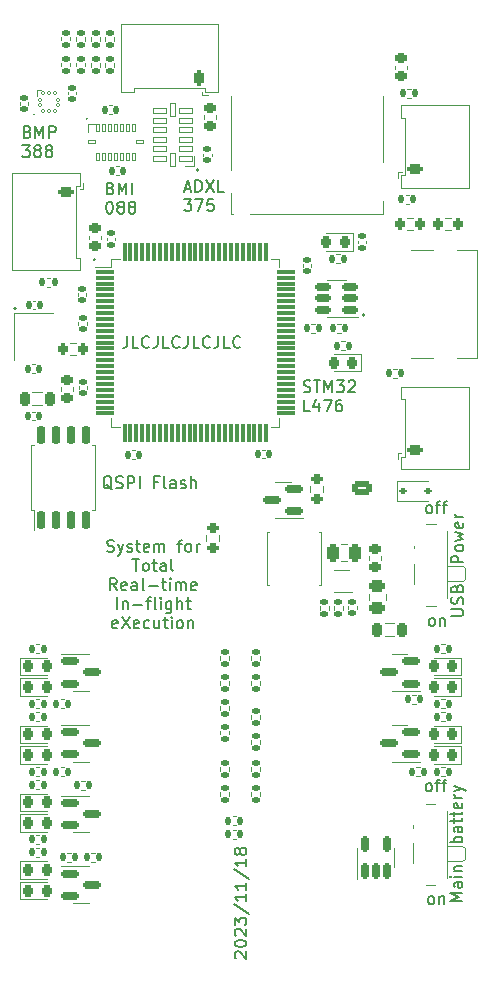
<source format=gto>
%TF.GenerationSoftware,KiCad,Pcbnew,7.0.2-0*%
%TF.CreationDate,2023-11-23T12:17:07+01:00*%
%TF.ProjectId,Flight Computer,466c6967-6874-4204-936f-6d7075746572,1.1*%
%TF.SameCoordinates,Original*%
%TF.FileFunction,Legend,Top*%
%TF.FilePolarity,Positive*%
%FSLAX46Y46*%
G04 Gerber Fmt 4.6, Leading zero omitted, Abs format (unit mm)*
G04 Created by KiCad (PCBNEW 7.0.2-0) date 2023-11-23 12:17:07*
%MOMM*%
%LPD*%
G01*
G04 APERTURE LIST*
G04 Aperture macros list*
%AMRoundRect*
0 Rectangle with rounded corners*
0 $1 Rounding radius*
0 $2 $3 $4 $5 $6 $7 $8 $9 X,Y pos of 4 corners*
0 Add a 4 corners polygon primitive as box body*
4,1,4,$2,$3,$4,$5,$6,$7,$8,$9,$2,$3,0*
0 Add four circle primitives for the rounded corners*
1,1,$1+$1,$2,$3*
1,1,$1+$1,$4,$5*
1,1,$1+$1,$6,$7*
1,1,$1+$1,$8,$9*
0 Add four rect primitives between the rounded corners*
20,1,$1+$1,$2,$3,$4,$5,0*
20,1,$1+$1,$4,$5,$6,$7,0*
20,1,$1+$1,$6,$7,$8,$9,0*
20,1,$1+$1,$8,$9,$2,$3,0*%
G04 Aperture macros list end*
%ADD10C,0.150000*%
%ADD11C,0.153000*%
%ADD12C,0.120000*%
%ADD13C,0.100000*%
%ADD14RoundRect,0.218750X-0.218750X-0.256250X0.218750X-0.256250X0.218750X0.256250X-0.218750X0.256250X0*%
%ADD15RoundRect,0.135000X-0.135000X-0.185000X0.135000X-0.185000X0.135000X0.185000X-0.135000X0.185000X0*%
%ADD16RoundRect,0.150000X-0.587500X-0.150000X0.587500X-0.150000X0.587500X0.150000X-0.587500X0.150000X0*%
%ADD17RoundRect,0.200000X-0.275000X0.200000X-0.275000X-0.200000X0.275000X-0.200000X0.275000X0.200000X0*%
%ADD18RoundRect,0.135000X-0.185000X0.135000X-0.185000X-0.135000X0.185000X-0.135000X0.185000X0.135000X0*%
%ADD19RoundRect,0.150000X0.587500X0.150000X-0.587500X0.150000X-0.587500X-0.150000X0.587500X-0.150000X0*%
%ADD20RoundRect,0.218750X0.218750X0.256250X-0.218750X0.256250X-0.218750X-0.256250X0.218750X-0.256250X0*%
%ADD21RoundRect,0.225000X0.250000X-0.225000X0.250000X0.225000X-0.250000X0.225000X-0.250000X-0.225000X0*%
%ADD22RoundRect,0.135000X0.185000X-0.135000X0.185000X0.135000X-0.185000X0.135000X-0.185000X-0.135000X0*%
%ADD23RoundRect,0.200000X0.200000X0.275000X-0.200000X0.275000X-0.200000X-0.275000X0.200000X-0.275000X0*%
%ADD24RoundRect,0.140000X0.140000X0.170000X-0.140000X0.170000X-0.140000X-0.170000X0.140000X-0.170000X0*%
%ADD25RoundRect,0.243750X0.456250X-0.243750X0.456250X0.243750X-0.456250X0.243750X-0.456250X-0.243750X0*%
%ADD26RoundRect,0.225000X-0.250000X0.225000X-0.250000X-0.225000X0.250000X-0.225000X0.250000X0.225000X0*%
%ADD27RoundRect,0.140000X-0.140000X-0.170000X0.140000X-0.170000X0.140000X0.170000X-0.140000X0.170000X0*%
%ADD28R,0.800000X1.000000*%
%ADD29C,0.900000*%
%ADD30R,1.500000X0.700000*%
%ADD31RoundRect,0.140000X0.170000X-0.140000X0.170000X0.140000X-0.170000X0.140000X-0.170000X-0.140000X0*%
%ADD32RoundRect,0.218750X0.218750X0.381250X-0.218750X0.381250X-0.218750X-0.381250X0.218750X-0.381250X0*%
%ADD33RoundRect,0.200000X0.450000X-0.200000X0.450000X0.200000X-0.450000X0.200000X-0.450000X-0.200000X0*%
%ADD34O,1.300000X0.800000*%
%ADD35RoundRect,0.140000X-0.170000X0.140000X-0.170000X-0.140000X0.170000X-0.140000X0.170000X0.140000X0*%
%ADD36RoundRect,0.135000X0.135000X0.185000X-0.135000X0.185000X-0.135000X-0.185000X0.135000X-0.185000X0*%
%ADD37R,3.700000X1.100000*%
%ADD38RoundRect,0.112500X-0.187500X-0.112500X0.187500X-0.112500X0.187500X0.112500X-0.187500X0.112500X0*%
%ADD39RoundRect,0.075000X-0.725000X-0.075000X0.725000X-0.075000X0.725000X0.075000X-0.725000X0.075000X0*%
%ADD40RoundRect,0.075000X-0.075000X-0.725000X0.075000X-0.725000X0.075000X0.725000X-0.075000X0.725000X0*%
%ADD41C,0.650000*%
%ADD42R,1.240000X0.600000*%
%ADD43R,1.240000X0.300000*%
%ADD44O,2.100000X1.000000*%
%ADD45O,1.800000X1.000000*%
%ADD46RoundRect,0.150000X0.150000X-0.512500X0.150000X0.512500X-0.150000X0.512500X-0.150000X-0.512500X0*%
%ADD47RoundRect,0.200000X0.200000X0.450000X-0.200000X0.450000X-0.200000X-0.450000X0.200000X-0.450000X0*%
%ADD48O,0.800000X1.300000*%
%ADD49RoundRect,0.150000X0.512500X0.150000X-0.512500X0.150000X-0.512500X-0.150000X0.512500X-0.150000X0*%
%ADD50R,0.700000X1.750000*%
%ADD51R,1.450000X1.000000*%
%ADD52R,1.000000X1.550000*%
%ADD53R,0.800000X1.500000*%
%ADD54R,1.300000X1.500000*%
%ADD55R,1.500000X1.500000*%
%ADD56R,0.800000X1.400000*%
%ADD57RoundRect,0.200000X0.275000X-0.200000X0.275000X0.200000X-0.275000X0.200000X-0.275000X-0.200000X0*%
%ADD58RoundRect,0.200000X-0.200000X-0.275000X0.200000X-0.275000X0.200000X0.275000X-0.200000X0.275000X0*%
%ADD59R,1.200000X1.400000*%
%ADD60RoundRect,0.012500X0.112500X-0.325000X0.112500X0.325000X-0.112500X0.325000X-0.112500X-0.325000X0*%
%ADD61RoundRect,0.012500X0.325000X-0.112500X0.325000X0.112500X-0.325000X0.112500X-0.325000X-0.112500X0*%
%ADD62RoundRect,0.200000X-0.450000X0.200000X-0.450000X-0.200000X0.450000X-0.200000X0.450000X0.200000X0*%
%ADD63RoundRect,0.250000X-0.250000X-0.475000X0.250000X-0.475000X0.250000X0.475000X-0.250000X0.475000X0*%
%ADD64RoundRect,0.012500X0.125000X-0.112500X0.125000X0.112500X-0.125000X0.112500X-0.125000X-0.112500X0*%
%ADD65RoundRect,0.012500X0.112500X-0.125000X0.112500X0.125000X-0.112500X0.125000X-0.112500X-0.125000X0*%
%ADD66RoundRect,0.027500X0.545000X0.247500X-0.545000X0.247500X-0.545000X-0.247500X0.545000X-0.247500X0*%
%ADD67RoundRect,0.027500X0.247500X0.545000X-0.247500X0.545000X-0.247500X-0.545000X0.247500X-0.545000X0*%
%ADD68RoundRect,0.150000X0.150000X-0.650000X0.150000X0.650000X-0.150000X0.650000X-0.150000X-0.650000X0*%
%ADD69R,0.700000X0.340000*%
%ADD70RoundRect,0.250000X-0.625000X0.350000X-0.625000X-0.350000X0.625000X-0.350000X0.625000X0.350000X0*%
%ADD71O,1.750000X1.200000*%
%ADD72C,2.000000*%
%ADD73R,2.000000X2.000000*%
G04 APERTURE END LIST*
D10*
X90540000Y-26620000D02*
G75*
G03*
X90540000Y-26620000I-50000J0D01*
G01*
X86006056Y-26260000D02*
G75*
G03*
X86006056Y-26260000I-36056J0D01*
G01*
X99930623Y-30960000D02*
G75*
G03*
X99930623Y-30960000I-80623J0D01*
G01*
X91226158Y-38560000D02*
G75*
G03*
X91226158Y-38560000I-76158J0D01*
G01*
X84512111Y-42690000D02*
G75*
G03*
X84512111Y-42690000I-72111J0D01*
G01*
X114030623Y-43250000D02*
G75*
G03*
X114030623Y-43250000I-80623J0D01*
G01*
D11*
X121377619Y-68711904D02*
X122187142Y-68711904D01*
X122187142Y-68711904D02*
X122282380Y-68664285D01*
X122282380Y-68664285D02*
X122330000Y-68616666D01*
X122330000Y-68616666D02*
X122377619Y-68521428D01*
X122377619Y-68521428D02*
X122377619Y-68330952D01*
X122377619Y-68330952D02*
X122330000Y-68235714D01*
X122330000Y-68235714D02*
X122282380Y-68188095D01*
X122282380Y-68188095D02*
X122187142Y-68140476D01*
X122187142Y-68140476D02*
X121377619Y-68140476D01*
X122330000Y-67711904D02*
X122377619Y-67569047D01*
X122377619Y-67569047D02*
X122377619Y-67330952D01*
X122377619Y-67330952D02*
X122330000Y-67235714D01*
X122330000Y-67235714D02*
X122282380Y-67188095D01*
X122282380Y-67188095D02*
X122187142Y-67140476D01*
X122187142Y-67140476D02*
X122091904Y-67140476D01*
X122091904Y-67140476D02*
X121996666Y-67188095D01*
X121996666Y-67188095D02*
X121949047Y-67235714D01*
X121949047Y-67235714D02*
X121901428Y-67330952D01*
X121901428Y-67330952D02*
X121853809Y-67521428D01*
X121853809Y-67521428D02*
X121806190Y-67616666D01*
X121806190Y-67616666D02*
X121758571Y-67664285D01*
X121758571Y-67664285D02*
X121663333Y-67711904D01*
X121663333Y-67711904D02*
X121568095Y-67711904D01*
X121568095Y-67711904D02*
X121472857Y-67664285D01*
X121472857Y-67664285D02*
X121425238Y-67616666D01*
X121425238Y-67616666D02*
X121377619Y-67521428D01*
X121377619Y-67521428D02*
X121377619Y-67283333D01*
X121377619Y-67283333D02*
X121425238Y-67140476D01*
X121853809Y-66378571D02*
X121901428Y-66235714D01*
X121901428Y-66235714D02*
X121949047Y-66188095D01*
X121949047Y-66188095D02*
X122044285Y-66140476D01*
X122044285Y-66140476D02*
X122187142Y-66140476D01*
X122187142Y-66140476D02*
X122282380Y-66188095D01*
X122282380Y-66188095D02*
X122330000Y-66235714D01*
X122330000Y-66235714D02*
X122377619Y-66330952D01*
X122377619Y-66330952D02*
X122377619Y-66711904D01*
X122377619Y-66711904D02*
X121377619Y-66711904D01*
X121377619Y-66711904D02*
X121377619Y-66378571D01*
X121377619Y-66378571D02*
X121425238Y-66283333D01*
X121425238Y-66283333D02*
X121472857Y-66235714D01*
X121472857Y-66235714D02*
X121568095Y-66188095D01*
X121568095Y-66188095D02*
X121663333Y-66188095D01*
X121663333Y-66188095D02*
X121758571Y-66235714D01*
X121758571Y-66235714D02*
X121806190Y-66283333D01*
X121806190Y-66283333D02*
X121853809Y-66378571D01*
X121853809Y-66378571D02*
X121853809Y-66711904D01*
X122377619Y-64188094D02*
X121377619Y-64188094D01*
X121377619Y-64188094D02*
X121377619Y-63807142D01*
X121377619Y-63807142D02*
X121425238Y-63711904D01*
X121425238Y-63711904D02*
X121472857Y-63664285D01*
X121472857Y-63664285D02*
X121568095Y-63616666D01*
X121568095Y-63616666D02*
X121710952Y-63616666D01*
X121710952Y-63616666D02*
X121806190Y-63664285D01*
X121806190Y-63664285D02*
X121853809Y-63711904D01*
X121853809Y-63711904D02*
X121901428Y-63807142D01*
X121901428Y-63807142D02*
X121901428Y-64188094D01*
X122377619Y-63045237D02*
X122330000Y-63140475D01*
X122330000Y-63140475D02*
X122282380Y-63188094D01*
X122282380Y-63188094D02*
X122187142Y-63235713D01*
X122187142Y-63235713D02*
X121901428Y-63235713D01*
X121901428Y-63235713D02*
X121806190Y-63188094D01*
X121806190Y-63188094D02*
X121758571Y-63140475D01*
X121758571Y-63140475D02*
X121710952Y-63045237D01*
X121710952Y-63045237D02*
X121710952Y-62902380D01*
X121710952Y-62902380D02*
X121758571Y-62807142D01*
X121758571Y-62807142D02*
X121806190Y-62759523D01*
X121806190Y-62759523D02*
X121901428Y-62711904D01*
X121901428Y-62711904D02*
X122187142Y-62711904D01*
X122187142Y-62711904D02*
X122282380Y-62759523D01*
X122282380Y-62759523D02*
X122330000Y-62807142D01*
X122330000Y-62807142D02*
X122377619Y-62902380D01*
X122377619Y-62902380D02*
X122377619Y-63045237D01*
X121710952Y-62378570D02*
X122377619Y-62188094D01*
X122377619Y-62188094D02*
X121901428Y-61997618D01*
X121901428Y-61997618D02*
X122377619Y-61807142D01*
X122377619Y-61807142D02*
X121710952Y-61616666D01*
X122330000Y-60854761D02*
X122377619Y-60949999D01*
X122377619Y-60949999D02*
X122377619Y-61140475D01*
X122377619Y-61140475D02*
X122330000Y-61235713D01*
X122330000Y-61235713D02*
X122234761Y-61283332D01*
X122234761Y-61283332D02*
X121853809Y-61283332D01*
X121853809Y-61283332D02*
X121758571Y-61235713D01*
X121758571Y-61235713D02*
X121710952Y-61140475D01*
X121710952Y-61140475D02*
X121710952Y-60949999D01*
X121710952Y-60949999D02*
X121758571Y-60854761D01*
X121758571Y-60854761D02*
X121853809Y-60807142D01*
X121853809Y-60807142D02*
X121949047Y-60807142D01*
X121949047Y-60807142D02*
X122044285Y-61283332D01*
X122377619Y-60378570D02*
X121710952Y-60378570D01*
X121901428Y-60378570D02*
X121806190Y-60330951D01*
X121806190Y-60330951D02*
X121758571Y-60283332D01*
X121758571Y-60283332D02*
X121710952Y-60188094D01*
X121710952Y-60188094D02*
X121710952Y-60092856D01*
X92219047Y-63250000D02*
X92361904Y-63297619D01*
X92361904Y-63297619D02*
X92599999Y-63297619D01*
X92599999Y-63297619D02*
X92695237Y-63250000D01*
X92695237Y-63250000D02*
X92742856Y-63202380D01*
X92742856Y-63202380D02*
X92790475Y-63107142D01*
X92790475Y-63107142D02*
X92790475Y-63011904D01*
X92790475Y-63011904D02*
X92742856Y-62916666D01*
X92742856Y-62916666D02*
X92695237Y-62869047D01*
X92695237Y-62869047D02*
X92599999Y-62821428D01*
X92599999Y-62821428D02*
X92409523Y-62773809D01*
X92409523Y-62773809D02*
X92314285Y-62726190D01*
X92314285Y-62726190D02*
X92266666Y-62678571D01*
X92266666Y-62678571D02*
X92219047Y-62583333D01*
X92219047Y-62583333D02*
X92219047Y-62488095D01*
X92219047Y-62488095D02*
X92266666Y-62392857D01*
X92266666Y-62392857D02*
X92314285Y-62345238D01*
X92314285Y-62345238D02*
X92409523Y-62297619D01*
X92409523Y-62297619D02*
X92647618Y-62297619D01*
X92647618Y-62297619D02*
X92790475Y-62345238D01*
X93123809Y-62630952D02*
X93361904Y-63297619D01*
X93599999Y-62630952D02*
X93361904Y-63297619D01*
X93361904Y-63297619D02*
X93266666Y-63535714D01*
X93266666Y-63535714D02*
X93219047Y-63583333D01*
X93219047Y-63583333D02*
X93123809Y-63630952D01*
X93933333Y-63250000D02*
X94028571Y-63297619D01*
X94028571Y-63297619D02*
X94219047Y-63297619D01*
X94219047Y-63297619D02*
X94314285Y-63250000D01*
X94314285Y-63250000D02*
X94361904Y-63154761D01*
X94361904Y-63154761D02*
X94361904Y-63107142D01*
X94361904Y-63107142D02*
X94314285Y-63011904D01*
X94314285Y-63011904D02*
X94219047Y-62964285D01*
X94219047Y-62964285D02*
X94076190Y-62964285D01*
X94076190Y-62964285D02*
X93980952Y-62916666D01*
X93980952Y-62916666D02*
X93933333Y-62821428D01*
X93933333Y-62821428D02*
X93933333Y-62773809D01*
X93933333Y-62773809D02*
X93980952Y-62678571D01*
X93980952Y-62678571D02*
X94076190Y-62630952D01*
X94076190Y-62630952D02*
X94219047Y-62630952D01*
X94219047Y-62630952D02*
X94314285Y-62678571D01*
X94647619Y-62630952D02*
X95028571Y-62630952D01*
X94790476Y-62297619D02*
X94790476Y-63154761D01*
X94790476Y-63154761D02*
X94838095Y-63250000D01*
X94838095Y-63250000D02*
X94933333Y-63297619D01*
X94933333Y-63297619D02*
X95028571Y-63297619D01*
X95742857Y-63250000D02*
X95647619Y-63297619D01*
X95647619Y-63297619D02*
X95457143Y-63297619D01*
X95457143Y-63297619D02*
X95361905Y-63250000D01*
X95361905Y-63250000D02*
X95314286Y-63154761D01*
X95314286Y-63154761D02*
X95314286Y-62773809D01*
X95314286Y-62773809D02*
X95361905Y-62678571D01*
X95361905Y-62678571D02*
X95457143Y-62630952D01*
X95457143Y-62630952D02*
X95647619Y-62630952D01*
X95647619Y-62630952D02*
X95742857Y-62678571D01*
X95742857Y-62678571D02*
X95790476Y-62773809D01*
X95790476Y-62773809D02*
X95790476Y-62869047D01*
X95790476Y-62869047D02*
X95314286Y-62964285D01*
X96219048Y-63297619D02*
X96219048Y-62630952D01*
X96219048Y-62726190D02*
X96266667Y-62678571D01*
X96266667Y-62678571D02*
X96361905Y-62630952D01*
X96361905Y-62630952D02*
X96504762Y-62630952D01*
X96504762Y-62630952D02*
X96600000Y-62678571D01*
X96600000Y-62678571D02*
X96647619Y-62773809D01*
X96647619Y-62773809D02*
X96647619Y-63297619D01*
X96647619Y-62773809D02*
X96695238Y-62678571D01*
X96695238Y-62678571D02*
X96790476Y-62630952D01*
X96790476Y-62630952D02*
X96933333Y-62630952D01*
X96933333Y-62630952D02*
X97028572Y-62678571D01*
X97028572Y-62678571D02*
X97076191Y-62773809D01*
X97076191Y-62773809D02*
X97076191Y-63297619D01*
X98171429Y-62630952D02*
X98552381Y-62630952D01*
X98314286Y-63297619D02*
X98314286Y-62440476D01*
X98314286Y-62440476D02*
X98361905Y-62345238D01*
X98361905Y-62345238D02*
X98457143Y-62297619D01*
X98457143Y-62297619D02*
X98552381Y-62297619D01*
X99028572Y-63297619D02*
X98933334Y-63250000D01*
X98933334Y-63250000D02*
X98885715Y-63202380D01*
X98885715Y-63202380D02*
X98838096Y-63107142D01*
X98838096Y-63107142D02*
X98838096Y-62821428D01*
X98838096Y-62821428D02*
X98885715Y-62726190D01*
X98885715Y-62726190D02*
X98933334Y-62678571D01*
X98933334Y-62678571D02*
X99028572Y-62630952D01*
X99028572Y-62630952D02*
X99171429Y-62630952D01*
X99171429Y-62630952D02*
X99266667Y-62678571D01*
X99266667Y-62678571D02*
X99314286Y-62726190D01*
X99314286Y-62726190D02*
X99361905Y-62821428D01*
X99361905Y-62821428D02*
X99361905Y-63107142D01*
X99361905Y-63107142D02*
X99314286Y-63202380D01*
X99314286Y-63202380D02*
X99266667Y-63250000D01*
X99266667Y-63250000D02*
X99171429Y-63297619D01*
X99171429Y-63297619D02*
X99028572Y-63297619D01*
X99790477Y-63297619D02*
X99790477Y-62630952D01*
X99790477Y-62821428D02*
X99838096Y-62726190D01*
X99838096Y-62726190D02*
X99885715Y-62678571D01*
X99885715Y-62678571D02*
X99980953Y-62630952D01*
X99980953Y-62630952D02*
X100076191Y-62630952D01*
X94361904Y-63917619D02*
X94933332Y-63917619D01*
X94647618Y-64917619D02*
X94647618Y-63917619D01*
X95409523Y-64917619D02*
X95314285Y-64870000D01*
X95314285Y-64870000D02*
X95266666Y-64822380D01*
X95266666Y-64822380D02*
X95219047Y-64727142D01*
X95219047Y-64727142D02*
X95219047Y-64441428D01*
X95219047Y-64441428D02*
X95266666Y-64346190D01*
X95266666Y-64346190D02*
X95314285Y-64298571D01*
X95314285Y-64298571D02*
X95409523Y-64250952D01*
X95409523Y-64250952D02*
X95552380Y-64250952D01*
X95552380Y-64250952D02*
X95647618Y-64298571D01*
X95647618Y-64298571D02*
X95695237Y-64346190D01*
X95695237Y-64346190D02*
X95742856Y-64441428D01*
X95742856Y-64441428D02*
X95742856Y-64727142D01*
X95742856Y-64727142D02*
X95695237Y-64822380D01*
X95695237Y-64822380D02*
X95647618Y-64870000D01*
X95647618Y-64870000D02*
X95552380Y-64917619D01*
X95552380Y-64917619D02*
X95409523Y-64917619D01*
X96028571Y-64250952D02*
X96409523Y-64250952D01*
X96171428Y-63917619D02*
X96171428Y-64774761D01*
X96171428Y-64774761D02*
X96219047Y-64870000D01*
X96219047Y-64870000D02*
X96314285Y-64917619D01*
X96314285Y-64917619D02*
X96409523Y-64917619D01*
X97171428Y-64917619D02*
X97171428Y-64393809D01*
X97171428Y-64393809D02*
X97123809Y-64298571D01*
X97123809Y-64298571D02*
X97028571Y-64250952D01*
X97028571Y-64250952D02*
X96838095Y-64250952D01*
X96838095Y-64250952D02*
X96742857Y-64298571D01*
X97171428Y-64870000D02*
X97076190Y-64917619D01*
X97076190Y-64917619D02*
X96838095Y-64917619D01*
X96838095Y-64917619D02*
X96742857Y-64870000D01*
X96742857Y-64870000D02*
X96695238Y-64774761D01*
X96695238Y-64774761D02*
X96695238Y-64679523D01*
X96695238Y-64679523D02*
X96742857Y-64584285D01*
X96742857Y-64584285D02*
X96838095Y-64536666D01*
X96838095Y-64536666D02*
X97076190Y-64536666D01*
X97076190Y-64536666D02*
X97171428Y-64489047D01*
X97790476Y-64917619D02*
X97695238Y-64870000D01*
X97695238Y-64870000D02*
X97647619Y-64774761D01*
X97647619Y-64774761D02*
X97647619Y-63917619D01*
X93028571Y-66537619D02*
X92695238Y-66061428D01*
X92457143Y-66537619D02*
X92457143Y-65537619D01*
X92457143Y-65537619D02*
X92838095Y-65537619D01*
X92838095Y-65537619D02*
X92933333Y-65585238D01*
X92933333Y-65585238D02*
X92980952Y-65632857D01*
X92980952Y-65632857D02*
X93028571Y-65728095D01*
X93028571Y-65728095D02*
X93028571Y-65870952D01*
X93028571Y-65870952D02*
X92980952Y-65966190D01*
X92980952Y-65966190D02*
X92933333Y-66013809D01*
X92933333Y-66013809D02*
X92838095Y-66061428D01*
X92838095Y-66061428D02*
X92457143Y-66061428D01*
X93838095Y-66490000D02*
X93742857Y-66537619D01*
X93742857Y-66537619D02*
X93552381Y-66537619D01*
X93552381Y-66537619D02*
X93457143Y-66490000D01*
X93457143Y-66490000D02*
X93409524Y-66394761D01*
X93409524Y-66394761D02*
X93409524Y-66013809D01*
X93409524Y-66013809D02*
X93457143Y-65918571D01*
X93457143Y-65918571D02*
X93552381Y-65870952D01*
X93552381Y-65870952D02*
X93742857Y-65870952D01*
X93742857Y-65870952D02*
X93838095Y-65918571D01*
X93838095Y-65918571D02*
X93885714Y-66013809D01*
X93885714Y-66013809D02*
X93885714Y-66109047D01*
X93885714Y-66109047D02*
X93409524Y-66204285D01*
X94742857Y-66537619D02*
X94742857Y-66013809D01*
X94742857Y-66013809D02*
X94695238Y-65918571D01*
X94695238Y-65918571D02*
X94600000Y-65870952D01*
X94600000Y-65870952D02*
X94409524Y-65870952D01*
X94409524Y-65870952D02*
X94314286Y-65918571D01*
X94742857Y-66490000D02*
X94647619Y-66537619D01*
X94647619Y-66537619D02*
X94409524Y-66537619D01*
X94409524Y-66537619D02*
X94314286Y-66490000D01*
X94314286Y-66490000D02*
X94266667Y-66394761D01*
X94266667Y-66394761D02*
X94266667Y-66299523D01*
X94266667Y-66299523D02*
X94314286Y-66204285D01*
X94314286Y-66204285D02*
X94409524Y-66156666D01*
X94409524Y-66156666D02*
X94647619Y-66156666D01*
X94647619Y-66156666D02*
X94742857Y-66109047D01*
X95361905Y-66537619D02*
X95266667Y-66490000D01*
X95266667Y-66490000D02*
X95219048Y-66394761D01*
X95219048Y-66394761D02*
X95219048Y-65537619D01*
X95742858Y-66156666D02*
X96504763Y-66156666D01*
X96838096Y-65870952D02*
X97219048Y-65870952D01*
X96980953Y-65537619D02*
X96980953Y-66394761D01*
X96980953Y-66394761D02*
X97028572Y-66490000D01*
X97028572Y-66490000D02*
X97123810Y-66537619D01*
X97123810Y-66537619D02*
X97219048Y-66537619D01*
X97552382Y-66537619D02*
X97552382Y-65870952D01*
X97552382Y-65537619D02*
X97504763Y-65585238D01*
X97504763Y-65585238D02*
X97552382Y-65632857D01*
X97552382Y-65632857D02*
X97600001Y-65585238D01*
X97600001Y-65585238D02*
X97552382Y-65537619D01*
X97552382Y-65537619D02*
X97552382Y-65632857D01*
X98028572Y-66537619D02*
X98028572Y-65870952D01*
X98028572Y-65966190D02*
X98076191Y-65918571D01*
X98076191Y-65918571D02*
X98171429Y-65870952D01*
X98171429Y-65870952D02*
X98314286Y-65870952D01*
X98314286Y-65870952D02*
X98409524Y-65918571D01*
X98409524Y-65918571D02*
X98457143Y-66013809D01*
X98457143Y-66013809D02*
X98457143Y-66537619D01*
X98457143Y-66013809D02*
X98504762Y-65918571D01*
X98504762Y-65918571D02*
X98600000Y-65870952D01*
X98600000Y-65870952D02*
X98742857Y-65870952D01*
X98742857Y-65870952D02*
X98838096Y-65918571D01*
X98838096Y-65918571D02*
X98885715Y-66013809D01*
X98885715Y-66013809D02*
X98885715Y-66537619D01*
X99742857Y-66490000D02*
X99647619Y-66537619D01*
X99647619Y-66537619D02*
X99457143Y-66537619D01*
X99457143Y-66537619D02*
X99361905Y-66490000D01*
X99361905Y-66490000D02*
X99314286Y-66394761D01*
X99314286Y-66394761D02*
X99314286Y-66013809D01*
X99314286Y-66013809D02*
X99361905Y-65918571D01*
X99361905Y-65918571D02*
X99457143Y-65870952D01*
X99457143Y-65870952D02*
X99647619Y-65870952D01*
X99647619Y-65870952D02*
X99742857Y-65918571D01*
X99742857Y-65918571D02*
X99790476Y-66013809D01*
X99790476Y-66013809D02*
X99790476Y-66109047D01*
X99790476Y-66109047D02*
X99314286Y-66204285D01*
X93052381Y-68157619D02*
X93052381Y-67157619D01*
X93528571Y-67490952D02*
X93528571Y-68157619D01*
X93528571Y-67586190D02*
X93576190Y-67538571D01*
X93576190Y-67538571D02*
X93671428Y-67490952D01*
X93671428Y-67490952D02*
X93814285Y-67490952D01*
X93814285Y-67490952D02*
X93909523Y-67538571D01*
X93909523Y-67538571D02*
X93957142Y-67633809D01*
X93957142Y-67633809D02*
X93957142Y-68157619D01*
X94433333Y-67776666D02*
X95195238Y-67776666D01*
X95528571Y-67490952D02*
X95909523Y-67490952D01*
X95671428Y-68157619D02*
X95671428Y-67300476D01*
X95671428Y-67300476D02*
X95719047Y-67205238D01*
X95719047Y-67205238D02*
X95814285Y-67157619D01*
X95814285Y-67157619D02*
X95909523Y-67157619D01*
X96385714Y-68157619D02*
X96290476Y-68110000D01*
X96290476Y-68110000D02*
X96242857Y-68014761D01*
X96242857Y-68014761D02*
X96242857Y-67157619D01*
X96766667Y-68157619D02*
X96766667Y-67490952D01*
X96766667Y-67157619D02*
X96719048Y-67205238D01*
X96719048Y-67205238D02*
X96766667Y-67252857D01*
X96766667Y-67252857D02*
X96814286Y-67205238D01*
X96814286Y-67205238D02*
X96766667Y-67157619D01*
X96766667Y-67157619D02*
X96766667Y-67252857D01*
X97671428Y-67490952D02*
X97671428Y-68300476D01*
X97671428Y-68300476D02*
X97623809Y-68395714D01*
X97623809Y-68395714D02*
X97576190Y-68443333D01*
X97576190Y-68443333D02*
X97480952Y-68490952D01*
X97480952Y-68490952D02*
X97338095Y-68490952D01*
X97338095Y-68490952D02*
X97242857Y-68443333D01*
X97671428Y-68110000D02*
X97576190Y-68157619D01*
X97576190Y-68157619D02*
X97385714Y-68157619D01*
X97385714Y-68157619D02*
X97290476Y-68110000D01*
X97290476Y-68110000D02*
X97242857Y-68062380D01*
X97242857Y-68062380D02*
X97195238Y-67967142D01*
X97195238Y-67967142D02*
X97195238Y-67681428D01*
X97195238Y-67681428D02*
X97242857Y-67586190D01*
X97242857Y-67586190D02*
X97290476Y-67538571D01*
X97290476Y-67538571D02*
X97385714Y-67490952D01*
X97385714Y-67490952D02*
X97576190Y-67490952D01*
X97576190Y-67490952D02*
X97671428Y-67538571D01*
X98147619Y-68157619D02*
X98147619Y-67157619D01*
X98576190Y-68157619D02*
X98576190Y-67633809D01*
X98576190Y-67633809D02*
X98528571Y-67538571D01*
X98528571Y-67538571D02*
X98433333Y-67490952D01*
X98433333Y-67490952D02*
X98290476Y-67490952D01*
X98290476Y-67490952D02*
X98195238Y-67538571D01*
X98195238Y-67538571D02*
X98147619Y-67586190D01*
X98909524Y-67490952D02*
X99290476Y-67490952D01*
X99052381Y-67157619D02*
X99052381Y-68014761D01*
X99052381Y-68014761D02*
X99100000Y-68110000D01*
X99100000Y-68110000D02*
X99195238Y-68157619D01*
X99195238Y-68157619D02*
X99290476Y-68157619D01*
X93076190Y-69730000D02*
X92980952Y-69777619D01*
X92980952Y-69777619D02*
X92790476Y-69777619D01*
X92790476Y-69777619D02*
X92695238Y-69730000D01*
X92695238Y-69730000D02*
X92647619Y-69634761D01*
X92647619Y-69634761D02*
X92647619Y-69253809D01*
X92647619Y-69253809D02*
X92695238Y-69158571D01*
X92695238Y-69158571D02*
X92790476Y-69110952D01*
X92790476Y-69110952D02*
X92980952Y-69110952D01*
X92980952Y-69110952D02*
X93076190Y-69158571D01*
X93076190Y-69158571D02*
X93123809Y-69253809D01*
X93123809Y-69253809D02*
X93123809Y-69349047D01*
X93123809Y-69349047D02*
X92647619Y-69444285D01*
X93457143Y-68777619D02*
X94123809Y-69777619D01*
X94123809Y-68777619D02*
X93457143Y-69777619D01*
X94885714Y-69730000D02*
X94790476Y-69777619D01*
X94790476Y-69777619D02*
X94600000Y-69777619D01*
X94600000Y-69777619D02*
X94504762Y-69730000D01*
X94504762Y-69730000D02*
X94457143Y-69634761D01*
X94457143Y-69634761D02*
X94457143Y-69253809D01*
X94457143Y-69253809D02*
X94504762Y-69158571D01*
X94504762Y-69158571D02*
X94600000Y-69110952D01*
X94600000Y-69110952D02*
X94790476Y-69110952D01*
X94790476Y-69110952D02*
X94885714Y-69158571D01*
X94885714Y-69158571D02*
X94933333Y-69253809D01*
X94933333Y-69253809D02*
X94933333Y-69349047D01*
X94933333Y-69349047D02*
X94457143Y-69444285D01*
X95790476Y-69730000D02*
X95695238Y-69777619D01*
X95695238Y-69777619D02*
X95504762Y-69777619D01*
X95504762Y-69777619D02*
X95409524Y-69730000D01*
X95409524Y-69730000D02*
X95361905Y-69682380D01*
X95361905Y-69682380D02*
X95314286Y-69587142D01*
X95314286Y-69587142D02*
X95314286Y-69301428D01*
X95314286Y-69301428D02*
X95361905Y-69206190D01*
X95361905Y-69206190D02*
X95409524Y-69158571D01*
X95409524Y-69158571D02*
X95504762Y-69110952D01*
X95504762Y-69110952D02*
X95695238Y-69110952D01*
X95695238Y-69110952D02*
X95790476Y-69158571D01*
X96647619Y-69110952D02*
X96647619Y-69777619D01*
X96219048Y-69110952D02*
X96219048Y-69634761D01*
X96219048Y-69634761D02*
X96266667Y-69730000D01*
X96266667Y-69730000D02*
X96361905Y-69777619D01*
X96361905Y-69777619D02*
X96504762Y-69777619D01*
X96504762Y-69777619D02*
X96600000Y-69730000D01*
X96600000Y-69730000D02*
X96647619Y-69682380D01*
X96980953Y-69110952D02*
X97361905Y-69110952D01*
X97123810Y-68777619D02*
X97123810Y-69634761D01*
X97123810Y-69634761D02*
X97171429Y-69730000D01*
X97171429Y-69730000D02*
X97266667Y-69777619D01*
X97266667Y-69777619D02*
X97361905Y-69777619D01*
X97695239Y-69777619D02*
X97695239Y-69110952D01*
X97695239Y-68777619D02*
X97647620Y-68825238D01*
X97647620Y-68825238D02*
X97695239Y-68872857D01*
X97695239Y-68872857D02*
X97742858Y-68825238D01*
X97742858Y-68825238D02*
X97695239Y-68777619D01*
X97695239Y-68777619D02*
X97695239Y-68872857D01*
X98314286Y-69777619D02*
X98219048Y-69730000D01*
X98219048Y-69730000D02*
X98171429Y-69682380D01*
X98171429Y-69682380D02*
X98123810Y-69587142D01*
X98123810Y-69587142D02*
X98123810Y-69301428D01*
X98123810Y-69301428D02*
X98171429Y-69206190D01*
X98171429Y-69206190D02*
X98219048Y-69158571D01*
X98219048Y-69158571D02*
X98314286Y-69110952D01*
X98314286Y-69110952D02*
X98457143Y-69110952D01*
X98457143Y-69110952D02*
X98552381Y-69158571D01*
X98552381Y-69158571D02*
X98600000Y-69206190D01*
X98600000Y-69206190D02*
X98647619Y-69301428D01*
X98647619Y-69301428D02*
X98647619Y-69587142D01*
X98647619Y-69587142D02*
X98600000Y-69682380D01*
X98600000Y-69682380D02*
X98552381Y-69730000D01*
X98552381Y-69730000D02*
X98457143Y-69777619D01*
X98457143Y-69777619D02*
X98314286Y-69777619D01*
X99076191Y-69110952D02*
X99076191Y-69777619D01*
X99076191Y-69206190D02*
X99123810Y-69158571D01*
X99123810Y-69158571D02*
X99219048Y-69110952D01*
X99219048Y-69110952D02*
X99361905Y-69110952D01*
X99361905Y-69110952D02*
X99457143Y-69158571D01*
X99457143Y-69158571D02*
X99504762Y-69253809D01*
X99504762Y-69253809D02*
X99504762Y-69777619D01*
X92634761Y-58012857D02*
X92539523Y-57965238D01*
X92539523Y-57965238D02*
X92444285Y-57870000D01*
X92444285Y-57870000D02*
X92301428Y-57727142D01*
X92301428Y-57727142D02*
X92206190Y-57679523D01*
X92206190Y-57679523D02*
X92110952Y-57679523D01*
X92158571Y-57917619D02*
X92063333Y-57870000D01*
X92063333Y-57870000D02*
X91968095Y-57774761D01*
X91968095Y-57774761D02*
X91920476Y-57584285D01*
X91920476Y-57584285D02*
X91920476Y-57250952D01*
X91920476Y-57250952D02*
X91968095Y-57060476D01*
X91968095Y-57060476D02*
X92063333Y-56965238D01*
X92063333Y-56965238D02*
X92158571Y-56917619D01*
X92158571Y-56917619D02*
X92349047Y-56917619D01*
X92349047Y-56917619D02*
X92444285Y-56965238D01*
X92444285Y-56965238D02*
X92539523Y-57060476D01*
X92539523Y-57060476D02*
X92587142Y-57250952D01*
X92587142Y-57250952D02*
X92587142Y-57584285D01*
X92587142Y-57584285D02*
X92539523Y-57774761D01*
X92539523Y-57774761D02*
X92444285Y-57870000D01*
X92444285Y-57870000D02*
X92349047Y-57917619D01*
X92349047Y-57917619D02*
X92158571Y-57917619D01*
X92968095Y-57870000D02*
X93110952Y-57917619D01*
X93110952Y-57917619D02*
X93349047Y-57917619D01*
X93349047Y-57917619D02*
X93444285Y-57870000D01*
X93444285Y-57870000D02*
X93491904Y-57822380D01*
X93491904Y-57822380D02*
X93539523Y-57727142D01*
X93539523Y-57727142D02*
X93539523Y-57631904D01*
X93539523Y-57631904D02*
X93491904Y-57536666D01*
X93491904Y-57536666D02*
X93444285Y-57489047D01*
X93444285Y-57489047D02*
X93349047Y-57441428D01*
X93349047Y-57441428D02*
X93158571Y-57393809D01*
X93158571Y-57393809D02*
X93063333Y-57346190D01*
X93063333Y-57346190D02*
X93015714Y-57298571D01*
X93015714Y-57298571D02*
X92968095Y-57203333D01*
X92968095Y-57203333D02*
X92968095Y-57108095D01*
X92968095Y-57108095D02*
X93015714Y-57012857D01*
X93015714Y-57012857D02*
X93063333Y-56965238D01*
X93063333Y-56965238D02*
X93158571Y-56917619D01*
X93158571Y-56917619D02*
X93396666Y-56917619D01*
X93396666Y-56917619D02*
X93539523Y-56965238D01*
X93968095Y-57917619D02*
X93968095Y-56917619D01*
X93968095Y-56917619D02*
X94349047Y-56917619D01*
X94349047Y-56917619D02*
X94444285Y-56965238D01*
X94444285Y-56965238D02*
X94491904Y-57012857D01*
X94491904Y-57012857D02*
X94539523Y-57108095D01*
X94539523Y-57108095D02*
X94539523Y-57250952D01*
X94539523Y-57250952D02*
X94491904Y-57346190D01*
X94491904Y-57346190D02*
X94444285Y-57393809D01*
X94444285Y-57393809D02*
X94349047Y-57441428D01*
X94349047Y-57441428D02*
X93968095Y-57441428D01*
X94968095Y-57917619D02*
X94968095Y-56917619D01*
X96539523Y-57393809D02*
X96206190Y-57393809D01*
X96206190Y-57917619D02*
X96206190Y-56917619D01*
X96206190Y-56917619D02*
X96682380Y-56917619D01*
X97206190Y-57917619D02*
X97110952Y-57870000D01*
X97110952Y-57870000D02*
X97063333Y-57774761D01*
X97063333Y-57774761D02*
X97063333Y-56917619D01*
X98015714Y-57917619D02*
X98015714Y-57393809D01*
X98015714Y-57393809D02*
X97968095Y-57298571D01*
X97968095Y-57298571D02*
X97872857Y-57250952D01*
X97872857Y-57250952D02*
X97682381Y-57250952D01*
X97682381Y-57250952D02*
X97587143Y-57298571D01*
X98015714Y-57870000D02*
X97920476Y-57917619D01*
X97920476Y-57917619D02*
X97682381Y-57917619D01*
X97682381Y-57917619D02*
X97587143Y-57870000D01*
X97587143Y-57870000D02*
X97539524Y-57774761D01*
X97539524Y-57774761D02*
X97539524Y-57679523D01*
X97539524Y-57679523D02*
X97587143Y-57584285D01*
X97587143Y-57584285D02*
X97682381Y-57536666D01*
X97682381Y-57536666D02*
X97920476Y-57536666D01*
X97920476Y-57536666D02*
X98015714Y-57489047D01*
X98444286Y-57870000D02*
X98539524Y-57917619D01*
X98539524Y-57917619D02*
X98730000Y-57917619D01*
X98730000Y-57917619D02*
X98825238Y-57870000D01*
X98825238Y-57870000D02*
X98872857Y-57774761D01*
X98872857Y-57774761D02*
X98872857Y-57727142D01*
X98872857Y-57727142D02*
X98825238Y-57631904D01*
X98825238Y-57631904D02*
X98730000Y-57584285D01*
X98730000Y-57584285D02*
X98587143Y-57584285D01*
X98587143Y-57584285D02*
X98491905Y-57536666D01*
X98491905Y-57536666D02*
X98444286Y-57441428D01*
X98444286Y-57441428D02*
X98444286Y-57393809D01*
X98444286Y-57393809D02*
X98491905Y-57298571D01*
X98491905Y-57298571D02*
X98587143Y-57250952D01*
X98587143Y-57250952D02*
X98730000Y-57250952D01*
X98730000Y-57250952D02*
X98825238Y-57298571D01*
X99301429Y-57917619D02*
X99301429Y-56917619D01*
X99730000Y-57917619D02*
X99730000Y-57393809D01*
X99730000Y-57393809D02*
X99682381Y-57298571D01*
X99682381Y-57298571D02*
X99587143Y-57250952D01*
X99587143Y-57250952D02*
X99444286Y-57250952D01*
X99444286Y-57250952D02*
X99349048Y-57298571D01*
X99349048Y-57298571D02*
X99301429Y-57346190D01*
X119430952Y-60027619D02*
X119335714Y-59980000D01*
X119335714Y-59980000D02*
X119288095Y-59932380D01*
X119288095Y-59932380D02*
X119240476Y-59837142D01*
X119240476Y-59837142D02*
X119240476Y-59551428D01*
X119240476Y-59551428D02*
X119288095Y-59456190D01*
X119288095Y-59456190D02*
X119335714Y-59408571D01*
X119335714Y-59408571D02*
X119430952Y-59360952D01*
X119430952Y-59360952D02*
X119573809Y-59360952D01*
X119573809Y-59360952D02*
X119669047Y-59408571D01*
X119669047Y-59408571D02*
X119716666Y-59456190D01*
X119716666Y-59456190D02*
X119764285Y-59551428D01*
X119764285Y-59551428D02*
X119764285Y-59837142D01*
X119764285Y-59837142D02*
X119716666Y-59932380D01*
X119716666Y-59932380D02*
X119669047Y-59980000D01*
X119669047Y-59980000D02*
X119573809Y-60027619D01*
X119573809Y-60027619D02*
X119430952Y-60027619D01*
X120050000Y-59360952D02*
X120430952Y-59360952D01*
X120192857Y-60027619D02*
X120192857Y-59170476D01*
X120192857Y-59170476D02*
X120240476Y-59075238D01*
X120240476Y-59075238D02*
X120335714Y-59027619D01*
X120335714Y-59027619D02*
X120430952Y-59027619D01*
X120621429Y-59360952D02*
X121002381Y-59360952D01*
X120764286Y-60027619D02*
X120764286Y-59170476D01*
X120764286Y-59170476D02*
X120811905Y-59075238D01*
X120811905Y-59075238D02*
X120907143Y-59027619D01*
X120907143Y-59027619D02*
X121002381Y-59027619D01*
X108850476Y-49740000D02*
X108993333Y-49787619D01*
X108993333Y-49787619D02*
X109231428Y-49787619D01*
X109231428Y-49787619D02*
X109326666Y-49740000D01*
X109326666Y-49740000D02*
X109374285Y-49692380D01*
X109374285Y-49692380D02*
X109421904Y-49597142D01*
X109421904Y-49597142D02*
X109421904Y-49501904D01*
X109421904Y-49501904D02*
X109374285Y-49406666D01*
X109374285Y-49406666D02*
X109326666Y-49359047D01*
X109326666Y-49359047D02*
X109231428Y-49311428D01*
X109231428Y-49311428D02*
X109040952Y-49263809D01*
X109040952Y-49263809D02*
X108945714Y-49216190D01*
X108945714Y-49216190D02*
X108898095Y-49168571D01*
X108898095Y-49168571D02*
X108850476Y-49073333D01*
X108850476Y-49073333D02*
X108850476Y-48978095D01*
X108850476Y-48978095D02*
X108898095Y-48882857D01*
X108898095Y-48882857D02*
X108945714Y-48835238D01*
X108945714Y-48835238D02*
X109040952Y-48787619D01*
X109040952Y-48787619D02*
X109279047Y-48787619D01*
X109279047Y-48787619D02*
X109421904Y-48835238D01*
X109707619Y-48787619D02*
X110279047Y-48787619D01*
X109993333Y-49787619D02*
X109993333Y-48787619D01*
X110612381Y-49787619D02*
X110612381Y-48787619D01*
X110612381Y-48787619D02*
X110945714Y-49501904D01*
X110945714Y-49501904D02*
X111279047Y-48787619D01*
X111279047Y-48787619D02*
X111279047Y-49787619D01*
X111660000Y-48787619D02*
X112279047Y-48787619D01*
X112279047Y-48787619D02*
X111945714Y-49168571D01*
X111945714Y-49168571D02*
X112088571Y-49168571D01*
X112088571Y-49168571D02*
X112183809Y-49216190D01*
X112183809Y-49216190D02*
X112231428Y-49263809D01*
X112231428Y-49263809D02*
X112279047Y-49359047D01*
X112279047Y-49359047D02*
X112279047Y-49597142D01*
X112279047Y-49597142D02*
X112231428Y-49692380D01*
X112231428Y-49692380D02*
X112183809Y-49740000D01*
X112183809Y-49740000D02*
X112088571Y-49787619D01*
X112088571Y-49787619D02*
X111802857Y-49787619D01*
X111802857Y-49787619D02*
X111707619Y-49740000D01*
X111707619Y-49740000D02*
X111660000Y-49692380D01*
X112660000Y-48882857D02*
X112707619Y-48835238D01*
X112707619Y-48835238D02*
X112802857Y-48787619D01*
X112802857Y-48787619D02*
X113040952Y-48787619D01*
X113040952Y-48787619D02*
X113136190Y-48835238D01*
X113136190Y-48835238D02*
X113183809Y-48882857D01*
X113183809Y-48882857D02*
X113231428Y-48978095D01*
X113231428Y-48978095D02*
X113231428Y-49073333D01*
X113231428Y-49073333D02*
X113183809Y-49216190D01*
X113183809Y-49216190D02*
X112612381Y-49787619D01*
X112612381Y-49787619D02*
X113231428Y-49787619D01*
X109374285Y-51407619D02*
X108898095Y-51407619D01*
X108898095Y-51407619D02*
X108898095Y-50407619D01*
X110136190Y-50740952D02*
X110136190Y-51407619D01*
X109898095Y-50360000D02*
X109660000Y-51074285D01*
X109660000Y-51074285D02*
X110279047Y-51074285D01*
X110564762Y-50407619D02*
X111231428Y-50407619D01*
X111231428Y-50407619D02*
X110802857Y-51407619D01*
X112040952Y-50407619D02*
X111850476Y-50407619D01*
X111850476Y-50407619D02*
X111755238Y-50455238D01*
X111755238Y-50455238D02*
X111707619Y-50502857D01*
X111707619Y-50502857D02*
X111612381Y-50645714D01*
X111612381Y-50645714D02*
X111564762Y-50836190D01*
X111564762Y-50836190D02*
X111564762Y-51217142D01*
X111564762Y-51217142D02*
X111612381Y-51312380D01*
X111612381Y-51312380D02*
X111660000Y-51360000D01*
X111660000Y-51360000D02*
X111755238Y-51407619D01*
X111755238Y-51407619D02*
X111945714Y-51407619D01*
X111945714Y-51407619D02*
X112040952Y-51360000D01*
X112040952Y-51360000D02*
X112088571Y-51312380D01*
X112088571Y-51312380D02*
X112136190Y-51217142D01*
X112136190Y-51217142D02*
X112136190Y-50979047D01*
X112136190Y-50979047D02*
X112088571Y-50883809D01*
X112088571Y-50883809D02*
X112040952Y-50836190D01*
X112040952Y-50836190D02*
X111945714Y-50788571D01*
X111945714Y-50788571D02*
X111755238Y-50788571D01*
X111755238Y-50788571D02*
X111660000Y-50836190D01*
X111660000Y-50836190D02*
X111612381Y-50883809D01*
X111612381Y-50883809D02*
X111564762Y-50979047D01*
X85481428Y-27733809D02*
X85624285Y-27781428D01*
X85624285Y-27781428D02*
X85671904Y-27829047D01*
X85671904Y-27829047D02*
X85719523Y-27924285D01*
X85719523Y-27924285D02*
X85719523Y-28067142D01*
X85719523Y-28067142D02*
X85671904Y-28162380D01*
X85671904Y-28162380D02*
X85624285Y-28210000D01*
X85624285Y-28210000D02*
X85529047Y-28257619D01*
X85529047Y-28257619D02*
X85148095Y-28257619D01*
X85148095Y-28257619D02*
X85148095Y-27257619D01*
X85148095Y-27257619D02*
X85481428Y-27257619D01*
X85481428Y-27257619D02*
X85576666Y-27305238D01*
X85576666Y-27305238D02*
X85624285Y-27352857D01*
X85624285Y-27352857D02*
X85671904Y-27448095D01*
X85671904Y-27448095D02*
X85671904Y-27543333D01*
X85671904Y-27543333D02*
X85624285Y-27638571D01*
X85624285Y-27638571D02*
X85576666Y-27686190D01*
X85576666Y-27686190D02*
X85481428Y-27733809D01*
X85481428Y-27733809D02*
X85148095Y-27733809D01*
X86148095Y-28257619D02*
X86148095Y-27257619D01*
X86148095Y-27257619D02*
X86481428Y-27971904D01*
X86481428Y-27971904D02*
X86814761Y-27257619D01*
X86814761Y-27257619D02*
X86814761Y-28257619D01*
X87290952Y-28257619D02*
X87290952Y-27257619D01*
X87290952Y-27257619D02*
X87671904Y-27257619D01*
X87671904Y-27257619D02*
X87767142Y-27305238D01*
X87767142Y-27305238D02*
X87814761Y-27352857D01*
X87814761Y-27352857D02*
X87862380Y-27448095D01*
X87862380Y-27448095D02*
X87862380Y-27590952D01*
X87862380Y-27590952D02*
X87814761Y-27686190D01*
X87814761Y-27686190D02*
X87767142Y-27733809D01*
X87767142Y-27733809D02*
X87671904Y-27781428D01*
X87671904Y-27781428D02*
X87290952Y-27781428D01*
X85052857Y-28877619D02*
X85671904Y-28877619D01*
X85671904Y-28877619D02*
X85338571Y-29258571D01*
X85338571Y-29258571D02*
X85481428Y-29258571D01*
X85481428Y-29258571D02*
X85576666Y-29306190D01*
X85576666Y-29306190D02*
X85624285Y-29353809D01*
X85624285Y-29353809D02*
X85671904Y-29449047D01*
X85671904Y-29449047D02*
X85671904Y-29687142D01*
X85671904Y-29687142D02*
X85624285Y-29782380D01*
X85624285Y-29782380D02*
X85576666Y-29830000D01*
X85576666Y-29830000D02*
X85481428Y-29877619D01*
X85481428Y-29877619D02*
X85195714Y-29877619D01*
X85195714Y-29877619D02*
X85100476Y-29830000D01*
X85100476Y-29830000D02*
X85052857Y-29782380D01*
X86243333Y-29306190D02*
X86148095Y-29258571D01*
X86148095Y-29258571D02*
X86100476Y-29210952D01*
X86100476Y-29210952D02*
X86052857Y-29115714D01*
X86052857Y-29115714D02*
X86052857Y-29068095D01*
X86052857Y-29068095D02*
X86100476Y-28972857D01*
X86100476Y-28972857D02*
X86148095Y-28925238D01*
X86148095Y-28925238D02*
X86243333Y-28877619D01*
X86243333Y-28877619D02*
X86433809Y-28877619D01*
X86433809Y-28877619D02*
X86529047Y-28925238D01*
X86529047Y-28925238D02*
X86576666Y-28972857D01*
X86576666Y-28972857D02*
X86624285Y-29068095D01*
X86624285Y-29068095D02*
X86624285Y-29115714D01*
X86624285Y-29115714D02*
X86576666Y-29210952D01*
X86576666Y-29210952D02*
X86529047Y-29258571D01*
X86529047Y-29258571D02*
X86433809Y-29306190D01*
X86433809Y-29306190D02*
X86243333Y-29306190D01*
X86243333Y-29306190D02*
X86148095Y-29353809D01*
X86148095Y-29353809D02*
X86100476Y-29401428D01*
X86100476Y-29401428D02*
X86052857Y-29496666D01*
X86052857Y-29496666D02*
X86052857Y-29687142D01*
X86052857Y-29687142D02*
X86100476Y-29782380D01*
X86100476Y-29782380D02*
X86148095Y-29830000D01*
X86148095Y-29830000D02*
X86243333Y-29877619D01*
X86243333Y-29877619D02*
X86433809Y-29877619D01*
X86433809Y-29877619D02*
X86529047Y-29830000D01*
X86529047Y-29830000D02*
X86576666Y-29782380D01*
X86576666Y-29782380D02*
X86624285Y-29687142D01*
X86624285Y-29687142D02*
X86624285Y-29496666D01*
X86624285Y-29496666D02*
X86576666Y-29401428D01*
X86576666Y-29401428D02*
X86529047Y-29353809D01*
X86529047Y-29353809D02*
X86433809Y-29306190D01*
X87195714Y-29306190D02*
X87100476Y-29258571D01*
X87100476Y-29258571D02*
X87052857Y-29210952D01*
X87052857Y-29210952D02*
X87005238Y-29115714D01*
X87005238Y-29115714D02*
X87005238Y-29068095D01*
X87005238Y-29068095D02*
X87052857Y-28972857D01*
X87052857Y-28972857D02*
X87100476Y-28925238D01*
X87100476Y-28925238D02*
X87195714Y-28877619D01*
X87195714Y-28877619D02*
X87386190Y-28877619D01*
X87386190Y-28877619D02*
X87481428Y-28925238D01*
X87481428Y-28925238D02*
X87529047Y-28972857D01*
X87529047Y-28972857D02*
X87576666Y-29068095D01*
X87576666Y-29068095D02*
X87576666Y-29115714D01*
X87576666Y-29115714D02*
X87529047Y-29210952D01*
X87529047Y-29210952D02*
X87481428Y-29258571D01*
X87481428Y-29258571D02*
X87386190Y-29306190D01*
X87386190Y-29306190D02*
X87195714Y-29306190D01*
X87195714Y-29306190D02*
X87100476Y-29353809D01*
X87100476Y-29353809D02*
X87052857Y-29401428D01*
X87052857Y-29401428D02*
X87005238Y-29496666D01*
X87005238Y-29496666D02*
X87005238Y-29687142D01*
X87005238Y-29687142D02*
X87052857Y-29782380D01*
X87052857Y-29782380D02*
X87100476Y-29830000D01*
X87100476Y-29830000D02*
X87195714Y-29877619D01*
X87195714Y-29877619D02*
X87386190Y-29877619D01*
X87386190Y-29877619D02*
X87481428Y-29830000D01*
X87481428Y-29830000D02*
X87529047Y-29782380D01*
X87529047Y-29782380D02*
X87576666Y-29687142D01*
X87576666Y-29687142D02*
X87576666Y-29496666D01*
X87576666Y-29496666D02*
X87529047Y-29401428D01*
X87529047Y-29401428D02*
X87481428Y-29353809D01*
X87481428Y-29353809D02*
X87386190Y-29306190D01*
X93923809Y-45027619D02*
X93923809Y-45741904D01*
X93923809Y-45741904D02*
X93876190Y-45884761D01*
X93876190Y-45884761D02*
X93780952Y-45980000D01*
X93780952Y-45980000D02*
X93638095Y-46027619D01*
X93638095Y-46027619D02*
X93542857Y-46027619D01*
X94876190Y-46027619D02*
X94400000Y-46027619D01*
X94400000Y-46027619D02*
X94400000Y-45027619D01*
X95780952Y-45932380D02*
X95733333Y-45980000D01*
X95733333Y-45980000D02*
X95590476Y-46027619D01*
X95590476Y-46027619D02*
X95495238Y-46027619D01*
X95495238Y-46027619D02*
X95352381Y-45980000D01*
X95352381Y-45980000D02*
X95257143Y-45884761D01*
X95257143Y-45884761D02*
X95209524Y-45789523D01*
X95209524Y-45789523D02*
X95161905Y-45599047D01*
X95161905Y-45599047D02*
X95161905Y-45456190D01*
X95161905Y-45456190D02*
X95209524Y-45265714D01*
X95209524Y-45265714D02*
X95257143Y-45170476D01*
X95257143Y-45170476D02*
X95352381Y-45075238D01*
X95352381Y-45075238D02*
X95495238Y-45027619D01*
X95495238Y-45027619D02*
X95590476Y-45027619D01*
X95590476Y-45027619D02*
X95733333Y-45075238D01*
X95733333Y-45075238D02*
X95780952Y-45122857D01*
X96495238Y-45027619D02*
X96495238Y-45741904D01*
X96495238Y-45741904D02*
X96447619Y-45884761D01*
X96447619Y-45884761D02*
X96352381Y-45980000D01*
X96352381Y-45980000D02*
X96209524Y-46027619D01*
X96209524Y-46027619D02*
X96114286Y-46027619D01*
X97447619Y-46027619D02*
X96971429Y-46027619D01*
X96971429Y-46027619D02*
X96971429Y-45027619D01*
X98352381Y-45932380D02*
X98304762Y-45980000D01*
X98304762Y-45980000D02*
X98161905Y-46027619D01*
X98161905Y-46027619D02*
X98066667Y-46027619D01*
X98066667Y-46027619D02*
X97923810Y-45980000D01*
X97923810Y-45980000D02*
X97828572Y-45884761D01*
X97828572Y-45884761D02*
X97780953Y-45789523D01*
X97780953Y-45789523D02*
X97733334Y-45599047D01*
X97733334Y-45599047D02*
X97733334Y-45456190D01*
X97733334Y-45456190D02*
X97780953Y-45265714D01*
X97780953Y-45265714D02*
X97828572Y-45170476D01*
X97828572Y-45170476D02*
X97923810Y-45075238D01*
X97923810Y-45075238D02*
X98066667Y-45027619D01*
X98066667Y-45027619D02*
X98161905Y-45027619D01*
X98161905Y-45027619D02*
X98304762Y-45075238D01*
X98304762Y-45075238D02*
X98352381Y-45122857D01*
X99066667Y-45027619D02*
X99066667Y-45741904D01*
X99066667Y-45741904D02*
X99019048Y-45884761D01*
X99019048Y-45884761D02*
X98923810Y-45980000D01*
X98923810Y-45980000D02*
X98780953Y-46027619D01*
X98780953Y-46027619D02*
X98685715Y-46027619D01*
X100019048Y-46027619D02*
X99542858Y-46027619D01*
X99542858Y-46027619D02*
X99542858Y-45027619D01*
X100923810Y-45932380D02*
X100876191Y-45980000D01*
X100876191Y-45980000D02*
X100733334Y-46027619D01*
X100733334Y-46027619D02*
X100638096Y-46027619D01*
X100638096Y-46027619D02*
X100495239Y-45980000D01*
X100495239Y-45980000D02*
X100400001Y-45884761D01*
X100400001Y-45884761D02*
X100352382Y-45789523D01*
X100352382Y-45789523D02*
X100304763Y-45599047D01*
X100304763Y-45599047D02*
X100304763Y-45456190D01*
X100304763Y-45456190D02*
X100352382Y-45265714D01*
X100352382Y-45265714D02*
X100400001Y-45170476D01*
X100400001Y-45170476D02*
X100495239Y-45075238D01*
X100495239Y-45075238D02*
X100638096Y-45027619D01*
X100638096Y-45027619D02*
X100733334Y-45027619D01*
X100733334Y-45027619D02*
X100876191Y-45075238D01*
X100876191Y-45075238D02*
X100923810Y-45122857D01*
X101638096Y-45027619D02*
X101638096Y-45741904D01*
X101638096Y-45741904D02*
X101590477Y-45884761D01*
X101590477Y-45884761D02*
X101495239Y-45980000D01*
X101495239Y-45980000D02*
X101352382Y-46027619D01*
X101352382Y-46027619D02*
X101257144Y-46027619D01*
X102590477Y-46027619D02*
X102114287Y-46027619D01*
X102114287Y-46027619D02*
X102114287Y-45027619D01*
X103495239Y-45932380D02*
X103447620Y-45980000D01*
X103447620Y-45980000D02*
X103304763Y-46027619D01*
X103304763Y-46027619D02*
X103209525Y-46027619D01*
X103209525Y-46027619D02*
X103066668Y-45980000D01*
X103066668Y-45980000D02*
X102971430Y-45884761D01*
X102971430Y-45884761D02*
X102923811Y-45789523D01*
X102923811Y-45789523D02*
X102876192Y-45599047D01*
X102876192Y-45599047D02*
X102876192Y-45456190D01*
X102876192Y-45456190D02*
X102923811Y-45265714D01*
X102923811Y-45265714D02*
X102971430Y-45170476D01*
X102971430Y-45170476D02*
X103066668Y-45075238D01*
X103066668Y-45075238D02*
X103209525Y-45027619D01*
X103209525Y-45027619D02*
X103304763Y-45027619D01*
X103304763Y-45027619D02*
X103447620Y-45075238D01*
X103447620Y-45075238D02*
X103495239Y-45122857D01*
X119580952Y-93127619D02*
X119485714Y-93080000D01*
X119485714Y-93080000D02*
X119438095Y-93032380D01*
X119438095Y-93032380D02*
X119390476Y-92937142D01*
X119390476Y-92937142D02*
X119390476Y-92651428D01*
X119390476Y-92651428D02*
X119438095Y-92556190D01*
X119438095Y-92556190D02*
X119485714Y-92508571D01*
X119485714Y-92508571D02*
X119580952Y-92460952D01*
X119580952Y-92460952D02*
X119723809Y-92460952D01*
X119723809Y-92460952D02*
X119819047Y-92508571D01*
X119819047Y-92508571D02*
X119866666Y-92556190D01*
X119866666Y-92556190D02*
X119914285Y-92651428D01*
X119914285Y-92651428D02*
X119914285Y-92937142D01*
X119914285Y-92937142D02*
X119866666Y-93032380D01*
X119866666Y-93032380D02*
X119819047Y-93080000D01*
X119819047Y-93080000D02*
X119723809Y-93127619D01*
X119723809Y-93127619D02*
X119580952Y-93127619D01*
X120342857Y-92460952D02*
X120342857Y-93127619D01*
X120342857Y-92556190D02*
X120390476Y-92508571D01*
X120390476Y-92508571D02*
X120485714Y-92460952D01*
X120485714Y-92460952D02*
X120628571Y-92460952D01*
X120628571Y-92460952D02*
X120723809Y-92508571D01*
X120723809Y-92508571D02*
X120771428Y-92603809D01*
X120771428Y-92603809D02*
X120771428Y-93127619D01*
X92521428Y-32513809D02*
X92664285Y-32561428D01*
X92664285Y-32561428D02*
X92711904Y-32609047D01*
X92711904Y-32609047D02*
X92759523Y-32704285D01*
X92759523Y-32704285D02*
X92759523Y-32847142D01*
X92759523Y-32847142D02*
X92711904Y-32942380D01*
X92711904Y-32942380D02*
X92664285Y-32990000D01*
X92664285Y-32990000D02*
X92569047Y-33037619D01*
X92569047Y-33037619D02*
X92188095Y-33037619D01*
X92188095Y-33037619D02*
X92188095Y-32037619D01*
X92188095Y-32037619D02*
X92521428Y-32037619D01*
X92521428Y-32037619D02*
X92616666Y-32085238D01*
X92616666Y-32085238D02*
X92664285Y-32132857D01*
X92664285Y-32132857D02*
X92711904Y-32228095D01*
X92711904Y-32228095D02*
X92711904Y-32323333D01*
X92711904Y-32323333D02*
X92664285Y-32418571D01*
X92664285Y-32418571D02*
X92616666Y-32466190D01*
X92616666Y-32466190D02*
X92521428Y-32513809D01*
X92521428Y-32513809D02*
X92188095Y-32513809D01*
X93188095Y-33037619D02*
X93188095Y-32037619D01*
X93188095Y-32037619D02*
X93521428Y-32751904D01*
X93521428Y-32751904D02*
X93854761Y-32037619D01*
X93854761Y-32037619D02*
X93854761Y-33037619D01*
X94330952Y-33037619D02*
X94330952Y-32037619D01*
X92378571Y-33657619D02*
X92473809Y-33657619D01*
X92473809Y-33657619D02*
X92569047Y-33705238D01*
X92569047Y-33705238D02*
X92616666Y-33752857D01*
X92616666Y-33752857D02*
X92664285Y-33848095D01*
X92664285Y-33848095D02*
X92711904Y-34038571D01*
X92711904Y-34038571D02*
X92711904Y-34276666D01*
X92711904Y-34276666D02*
X92664285Y-34467142D01*
X92664285Y-34467142D02*
X92616666Y-34562380D01*
X92616666Y-34562380D02*
X92569047Y-34610000D01*
X92569047Y-34610000D02*
X92473809Y-34657619D01*
X92473809Y-34657619D02*
X92378571Y-34657619D01*
X92378571Y-34657619D02*
X92283333Y-34610000D01*
X92283333Y-34610000D02*
X92235714Y-34562380D01*
X92235714Y-34562380D02*
X92188095Y-34467142D01*
X92188095Y-34467142D02*
X92140476Y-34276666D01*
X92140476Y-34276666D02*
X92140476Y-34038571D01*
X92140476Y-34038571D02*
X92188095Y-33848095D01*
X92188095Y-33848095D02*
X92235714Y-33752857D01*
X92235714Y-33752857D02*
X92283333Y-33705238D01*
X92283333Y-33705238D02*
X92378571Y-33657619D01*
X93283333Y-34086190D02*
X93188095Y-34038571D01*
X93188095Y-34038571D02*
X93140476Y-33990952D01*
X93140476Y-33990952D02*
X93092857Y-33895714D01*
X93092857Y-33895714D02*
X93092857Y-33848095D01*
X93092857Y-33848095D02*
X93140476Y-33752857D01*
X93140476Y-33752857D02*
X93188095Y-33705238D01*
X93188095Y-33705238D02*
X93283333Y-33657619D01*
X93283333Y-33657619D02*
X93473809Y-33657619D01*
X93473809Y-33657619D02*
X93569047Y-33705238D01*
X93569047Y-33705238D02*
X93616666Y-33752857D01*
X93616666Y-33752857D02*
X93664285Y-33848095D01*
X93664285Y-33848095D02*
X93664285Y-33895714D01*
X93664285Y-33895714D02*
X93616666Y-33990952D01*
X93616666Y-33990952D02*
X93569047Y-34038571D01*
X93569047Y-34038571D02*
X93473809Y-34086190D01*
X93473809Y-34086190D02*
X93283333Y-34086190D01*
X93283333Y-34086190D02*
X93188095Y-34133809D01*
X93188095Y-34133809D02*
X93140476Y-34181428D01*
X93140476Y-34181428D02*
X93092857Y-34276666D01*
X93092857Y-34276666D02*
X93092857Y-34467142D01*
X93092857Y-34467142D02*
X93140476Y-34562380D01*
X93140476Y-34562380D02*
X93188095Y-34610000D01*
X93188095Y-34610000D02*
X93283333Y-34657619D01*
X93283333Y-34657619D02*
X93473809Y-34657619D01*
X93473809Y-34657619D02*
X93569047Y-34610000D01*
X93569047Y-34610000D02*
X93616666Y-34562380D01*
X93616666Y-34562380D02*
X93664285Y-34467142D01*
X93664285Y-34467142D02*
X93664285Y-34276666D01*
X93664285Y-34276666D02*
X93616666Y-34181428D01*
X93616666Y-34181428D02*
X93569047Y-34133809D01*
X93569047Y-34133809D02*
X93473809Y-34086190D01*
X94235714Y-34086190D02*
X94140476Y-34038571D01*
X94140476Y-34038571D02*
X94092857Y-33990952D01*
X94092857Y-33990952D02*
X94045238Y-33895714D01*
X94045238Y-33895714D02*
X94045238Y-33848095D01*
X94045238Y-33848095D02*
X94092857Y-33752857D01*
X94092857Y-33752857D02*
X94140476Y-33705238D01*
X94140476Y-33705238D02*
X94235714Y-33657619D01*
X94235714Y-33657619D02*
X94426190Y-33657619D01*
X94426190Y-33657619D02*
X94521428Y-33705238D01*
X94521428Y-33705238D02*
X94569047Y-33752857D01*
X94569047Y-33752857D02*
X94616666Y-33848095D01*
X94616666Y-33848095D02*
X94616666Y-33895714D01*
X94616666Y-33895714D02*
X94569047Y-33990952D01*
X94569047Y-33990952D02*
X94521428Y-34038571D01*
X94521428Y-34038571D02*
X94426190Y-34086190D01*
X94426190Y-34086190D02*
X94235714Y-34086190D01*
X94235714Y-34086190D02*
X94140476Y-34133809D01*
X94140476Y-34133809D02*
X94092857Y-34181428D01*
X94092857Y-34181428D02*
X94045238Y-34276666D01*
X94045238Y-34276666D02*
X94045238Y-34467142D01*
X94045238Y-34467142D02*
X94092857Y-34562380D01*
X94092857Y-34562380D02*
X94140476Y-34610000D01*
X94140476Y-34610000D02*
X94235714Y-34657619D01*
X94235714Y-34657619D02*
X94426190Y-34657619D01*
X94426190Y-34657619D02*
X94521428Y-34610000D01*
X94521428Y-34610000D02*
X94569047Y-34562380D01*
X94569047Y-34562380D02*
X94616666Y-34467142D01*
X94616666Y-34467142D02*
X94616666Y-34276666D01*
X94616666Y-34276666D02*
X94569047Y-34181428D01*
X94569047Y-34181428D02*
X94521428Y-34133809D01*
X94521428Y-34133809D02*
X94426190Y-34086190D01*
X122277619Y-92861904D02*
X121277619Y-92861904D01*
X121277619Y-92861904D02*
X121991904Y-92528571D01*
X121991904Y-92528571D02*
X121277619Y-92195238D01*
X121277619Y-92195238D02*
X122277619Y-92195238D01*
X122277619Y-91290476D02*
X121753809Y-91290476D01*
X121753809Y-91290476D02*
X121658571Y-91338095D01*
X121658571Y-91338095D02*
X121610952Y-91433333D01*
X121610952Y-91433333D02*
X121610952Y-91623809D01*
X121610952Y-91623809D02*
X121658571Y-91719047D01*
X122230000Y-91290476D02*
X122277619Y-91385714D01*
X122277619Y-91385714D02*
X122277619Y-91623809D01*
X122277619Y-91623809D02*
X122230000Y-91719047D01*
X122230000Y-91719047D02*
X122134761Y-91766666D01*
X122134761Y-91766666D02*
X122039523Y-91766666D01*
X122039523Y-91766666D02*
X121944285Y-91719047D01*
X121944285Y-91719047D02*
X121896666Y-91623809D01*
X121896666Y-91623809D02*
X121896666Y-91385714D01*
X121896666Y-91385714D02*
X121849047Y-91290476D01*
X122277619Y-90814285D02*
X121610952Y-90814285D01*
X121277619Y-90814285D02*
X121325238Y-90861904D01*
X121325238Y-90861904D02*
X121372857Y-90814285D01*
X121372857Y-90814285D02*
X121325238Y-90766666D01*
X121325238Y-90766666D02*
X121277619Y-90814285D01*
X121277619Y-90814285D02*
X121372857Y-90814285D01*
X121610952Y-90338095D02*
X122277619Y-90338095D01*
X121706190Y-90338095D02*
X121658571Y-90290476D01*
X121658571Y-90290476D02*
X121610952Y-90195238D01*
X121610952Y-90195238D02*
X121610952Y-90052381D01*
X121610952Y-90052381D02*
X121658571Y-89957143D01*
X121658571Y-89957143D02*
X121753809Y-89909524D01*
X121753809Y-89909524D02*
X122277619Y-89909524D01*
X122277619Y-87909523D02*
X121277619Y-87909523D01*
X121658571Y-87909523D02*
X121610952Y-87814285D01*
X121610952Y-87814285D02*
X121610952Y-87623809D01*
X121610952Y-87623809D02*
X121658571Y-87528571D01*
X121658571Y-87528571D02*
X121706190Y-87480952D01*
X121706190Y-87480952D02*
X121801428Y-87433333D01*
X121801428Y-87433333D02*
X122087142Y-87433333D01*
X122087142Y-87433333D02*
X122182380Y-87480952D01*
X122182380Y-87480952D02*
X122230000Y-87528571D01*
X122230000Y-87528571D02*
X122277619Y-87623809D01*
X122277619Y-87623809D02*
X122277619Y-87814285D01*
X122277619Y-87814285D02*
X122230000Y-87909523D01*
X122277619Y-86576190D02*
X121753809Y-86576190D01*
X121753809Y-86576190D02*
X121658571Y-86623809D01*
X121658571Y-86623809D02*
X121610952Y-86719047D01*
X121610952Y-86719047D02*
X121610952Y-86909523D01*
X121610952Y-86909523D02*
X121658571Y-87004761D01*
X122230000Y-86576190D02*
X122277619Y-86671428D01*
X122277619Y-86671428D02*
X122277619Y-86909523D01*
X122277619Y-86909523D02*
X122230000Y-87004761D01*
X122230000Y-87004761D02*
X122134761Y-87052380D01*
X122134761Y-87052380D02*
X122039523Y-87052380D01*
X122039523Y-87052380D02*
X121944285Y-87004761D01*
X121944285Y-87004761D02*
X121896666Y-86909523D01*
X121896666Y-86909523D02*
X121896666Y-86671428D01*
X121896666Y-86671428D02*
X121849047Y-86576190D01*
X121610952Y-86242856D02*
X121610952Y-85861904D01*
X121277619Y-86099999D02*
X122134761Y-86099999D01*
X122134761Y-86099999D02*
X122230000Y-86052380D01*
X122230000Y-86052380D02*
X122277619Y-85957142D01*
X122277619Y-85957142D02*
X122277619Y-85861904D01*
X121610952Y-85671427D02*
X121610952Y-85290475D01*
X121277619Y-85528570D02*
X122134761Y-85528570D01*
X122134761Y-85528570D02*
X122230000Y-85480951D01*
X122230000Y-85480951D02*
X122277619Y-85385713D01*
X122277619Y-85385713D02*
X122277619Y-85290475D01*
X122230000Y-84576189D02*
X122277619Y-84671427D01*
X122277619Y-84671427D02*
X122277619Y-84861903D01*
X122277619Y-84861903D02*
X122230000Y-84957141D01*
X122230000Y-84957141D02*
X122134761Y-85004760D01*
X122134761Y-85004760D02*
X121753809Y-85004760D01*
X121753809Y-85004760D02*
X121658571Y-84957141D01*
X121658571Y-84957141D02*
X121610952Y-84861903D01*
X121610952Y-84861903D02*
X121610952Y-84671427D01*
X121610952Y-84671427D02*
X121658571Y-84576189D01*
X121658571Y-84576189D02*
X121753809Y-84528570D01*
X121753809Y-84528570D02*
X121849047Y-84528570D01*
X121849047Y-84528570D02*
X121944285Y-85004760D01*
X122277619Y-84099998D02*
X121610952Y-84099998D01*
X121801428Y-84099998D02*
X121706190Y-84052379D01*
X121706190Y-84052379D02*
X121658571Y-84004760D01*
X121658571Y-84004760D02*
X121610952Y-83909522D01*
X121610952Y-83909522D02*
X121610952Y-83814284D01*
X121610952Y-83576188D02*
X122277619Y-83338093D01*
X121610952Y-83099998D02*
X122277619Y-83338093D01*
X122277619Y-83338093D02*
X122515714Y-83433331D01*
X122515714Y-83433331D02*
X122563333Y-83480950D01*
X122563333Y-83480950D02*
X122610952Y-83576188D01*
X119630952Y-69577619D02*
X119535714Y-69530000D01*
X119535714Y-69530000D02*
X119488095Y-69482380D01*
X119488095Y-69482380D02*
X119440476Y-69387142D01*
X119440476Y-69387142D02*
X119440476Y-69101428D01*
X119440476Y-69101428D02*
X119488095Y-69006190D01*
X119488095Y-69006190D02*
X119535714Y-68958571D01*
X119535714Y-68958571D02*
X119630952Y-68910952D01*
X119630952Y-68910952D02*
X119773809Y-68910952D01*
X119773809Y-68910952D02*
X119869047Y-68958571D01*
X119869047Y-68958571D02*
X119916666Y-69006190D01*
X119916666Y-69006190D02*
X119964285Y-69101428D01*
X119964285Y-69101428D02*
X119964285Y-69387142D01*
X119964285Y-69387142D02*
X119916666Y-69482380D01*
X119916666Y-69482380D02*
X119869047Y-69530000D01*
X119869047Y-69530000D02*
X119773809Y-69577619D01*
X119773809Y-69577619D02*
X119630952Y-69577619D01*
X120392857Y-68910952D02*
X120392857Y-69577619D01*
X120392857Y-69006190D02*
X120440476Y-68958571D01*
X120440476Y-68958571D02*
X120535714Y-68910952D01*
X120535714Y-68910952D02*
X120678571Y-68910952D01*
X120678571Y-68910952D02*
X120773809Y-68958571D01*
X120773809Y-68958571D02*
X120821428Y-69053809D01*
X120821428Y-69053809D02*
X120821428Y-69577619D01*
X98790476Y-32541904D02*
X99266666Y-32541904D01*
X98695238Y-32827619D02*
X99028571Y-31827619D01*
X99028571Y-31827619D02*
X99361904Y-32827619D01*
X99695238Y-32827619D02*
X99695238Y-31827619D01*
X99695238Y-31827619D02*
X99933333Y-31827619D01*
X99933333Y-31827619D02*
X100076190Y-31875238D01*
X100076190Y-31875238D02*
X100171428Y-31970476D01*
X100171428Y-31970476D02*
X100219047Y-32065714D01*
X100219047Y-32065714D02*
X100266666Y-32256190D01*
X100266666Y-32256190D02*
X100266666Y-32399047D01*
X100266666Y-32399047D02*
X100219047Y-32589523D01*
X100219047Y-32589523D02*
X100171428Y-32684761D01*
X100171428Y-32684761D02*
X100076190Y-32780000D01*
X100076190Y-32780000D02*
X99933333Y-32827619D01*
X99933333Y-32827619D02*
X99695238Y-32827619D01*
X100600000Y-31827619D02*
X101266666Y-32827619D01*
X101266666Y-31827619D02*
X100600000Y-32827619D01*
X102123809Y-32827619D02*
X101647619Y-32827619D01*
X101647619Y-32827619D02*
X101647619Y-31827619D01*
X98742857Y-33447619D02*
X99361904Y-33447619D01*
X99361904Y-33447619D02*
X99028571Y-33828571D01*
X99028571Y-33828571D02*
X99171428Y-33828571D01*
X99171428Y-33828571D02*
X99266666Y-33876190D01*
X99266666Y-33876190D02*
X99314285Y-33923809D01*
X99314285Y-33923809D02*
X99361904Y-34019047D01*
X99361904Y-34019047D02*
X99361904Y-34257142D01*
X99361904Y-34257142D02*
X99314285Y-34352380D01*
X99314285Y-34352380D02*
X99266666Y-34400000D01*
X99266666Y-34400000D02*
X99171428Y-34447619D01*
X99171428Y-34447619D02*
X98885714Y-34447619D01*
X98885714Y-34447619D02*
X98790476Y-34400000D01*
X98790476Y-34400000D02*
X98742857Y-34352380D01*
X99695238Y-33447619D02*
X100361904Y-33447619D01*
X100361904Y-33447619D02*
X99933333Y-34447619D01*
X101219047Y-33447619D02*
X100742857Y-33447619D01*
X100742857Y-33447619D02*
X100695238Y-33923809D01*
X100695238Y-33923809D02*
X100742857Y-33876190D01*
X100742857Y-33876190D02*
X100838095Y-33828571D01*
X100838095Y-33828571D02*
X101076190Y-33828571D01*
X101076190Y-33828571D02*
X101171428Y-33876190D01*
X101171428Y-33876190D02*
X101219047Y-33923809D01*
X101219047Y-33923809D02*
X101266666Y-34019047D01*
X101266666Y-34019047D02*
X101266666Y-34257142D01*
X101266666Y-34257142D02*
X101219047Y-34352380D01*
X101219047Y-34352380D02*
X101171428Y-34400000D01*
X101171428Y-34400000D02*
X101076190Y-34447619D01*
X101076190Y-34447619D02*
X100838095Y-34447619D01*
X100838095Y-34447619D02*
X100742857Y-34400000D01*
X100742857Y-34400000D02*
X100695238Y-34352380D01*
X119380952Y-83577619D02*
X119285714Y-83530000D01*
X119285714Y-83530000D02*
X119238095Y-83482380D01*
X119238095Y-83482380D02*
X119190476Y-83387142D01*
X119190476Y-83387142D02*
X119190476Y-83101428D01*
X119190476Y-83101428D02*
X119238095Y-83006190D01*
X119238095Y-83006190D02*
X119285714Y-82958571D01*
X119285714Y-82958571D02*
X119380952Y-82910952D01*
X119380952Y-82910952D02*
X119523809Y-82910952D01*
X119523809Y-82910952D02*
X119619047Y-82958571D01*
X119619047Y-82958571D02*
X119666666Y-83006190D01*
X119666666Y-83006190D02*
X119714285Y-83101428D01*
X119714285Y-83101428D02*
X119714285Y-83387142D01*
X119714285Y-83387142D02*
X119666666Y-83482380D01*
X119666666Y-83482380D02*
X119619047Y-83530000D01*
X119619047Y-83530000D02*
X119523809Y-83577619D01*
X119523809Y-83577619D02*
X119380952Y-83577619D01*
X120000000Y-82910952D02*
X120380952Y-82910952D01*
X120142857Y-83577619D02*
X120142857Y-82720476D01*
X120142857Y-82720476D02*
X120190476Y-82625238D01*
X120190476Y-82625238D02*
X120285714Y-82577619D01*
X120285714Y-82577619D02*
X120380952Y-82577619D01*
X120571429Y-82910952D02*
X120952381Y-82910952D01*
X120714286Y-83577619D02*
X120714286Y-82720476D01*
X120714286Y-82720476D02*
X120761905Y-82625238D01*
X120761905Y-82625238D02*
X120857143Y-82577619D01*
X120857143Y-82577619D02*
X120952381Y-82577619D01*
X103102857Y-97699523D02*
X103055238Y-97651904D01*
X103055238Y-97651904D02*
X103007619Y-97556666D01*
X103007619Y-97556666D02*
X103007619Y-97318571D01*
X103007619Y-97318571D02*
X103055238Y-97223333D01*
X103055238Y-97223333D02*
X103102857Y-97175714D01*
X103102857Y-97175714D02*
X103198095Y-97128095D01*
X103198095Y-97128095D02*
X103293333Y-97128095D01*
X103293333Y-97128095D02*
X103436190Y-97175714D01*
X103436190Y-97175714D02*
X104007619Y-97747142D01*
X104007619Y-97747142D02*
X104007619Y-97128095D01*
X103007619Y-96509047D02*
X103007619Y-96413809D01*
X103007619Y-96413809D02*
X103055238Y-96318571D01*
X103055238Y-96318571D02*
X103102857Y-96270952D01*
X103102857Y-96270952D02*
X103198095Y-96223333D01*
X103198095Y-96223333D02*
X103388571Y-96175714D01*
X103388571Y-96175714D02*
X103626666Y-96175714D01*
X103626666Y-96175714D02*
X103817142Y-96223333D01*
X103817142Y-96223333D02*
X103912380Y-96270952D01*
X103912380Y-96270952D02*
X103960000Y-96318571D01*
X103960000Y-96318571D02*
X104007619Y-96413809D01*
X104007619Y-96413809D02*
X104007619Y-96509047D01*
X104007619Y-96509047D02*
X103960000Y-96604285D01*
X103960000Y-96604285D02*
X103912380Y-96651904D01*
X103912380Y-96651904D02*
X103817142Y-96699523D01*
X103817142Y-96699523D02*
X103626666Y-96747142D01*
X103626666Y-96747142D02*
X103388571Y-96747142D01*
X103388571Y-96747142D02*
X103198095Y-96699523D01*
X103198095Y-96699523D02*
X103102857Y-96651904D01*
X103102857Y-96651904D02*
X103055238Y-96604285D01*
X103055238Y-96604285D02*
X103007619Y-96509047D01*
X103102857Y-95794761D02*
X103055238Y-95747142D01*
X103055238Y-95747142D02*
X103007619Y-95651904D01*
X103007619Y-95651904D02*
X103007619Y-95413809D01*
X103007619Y-95413809D02*
X103055238Y-95318571D01*
X103055238Y-95318571D02*
X103102857Y-95270952D01*
X103102857Y-95270952D02*
X103198095Y-95223333D01*
X103198095Y-95223333D02*
X103293333Y-95223333D01*
X103293333Y-95223333D02*
X103436190Y-95270952D01*
X103436190Y-95270952D02*
X104007619Y-95842380D01*
X104007619Y-95842380D02*
X104007619Y-95223333D01*
X103007619Y-94889999D02*
X103007619Y-94270952D01*
X103007619Y-94270952D02*
X103388571Y-94604285D01*
X103388571Y-94604285D02*
X103388571Y-94461428D01*
X103388571Y-94461428D02*
X103436190Y-94366190D01*
X103436190Y-94366190D02*
X103483809Y-94318571D01*
X103483809Y-94318571D02*
X103579047Y-94270952D01*
X103579047Y-94270952D02*
X103817142Y-94270952D01*
X103817142Y-94270952D02*
X103912380Y-94318571D01*
X103912380Y-94318571D02*
X103960000Y-94366190D01*
X103960000Y-94366190D02*
X104007619Y-94461428D01*
X104007619Y-94461428D02*
X104007619Y-94747142D01*
X104007619Y-94747142D02*
X103960000Y-94842380D01*
X103960000Y-94842380D02*
X103912380Y-94889999D01*
X102960000Y-93128095D02*
X104245714Y-93985237D01*
X104007619Y-92270952D02*
X104007619Y-92842380D01*
X104007619Y-92556666D02*
X103007619Y-92556666D01*
X103007619Y-92556666D02*
X103150476Y-92651904D01*
X103150476Y-92651904D02*
X103245714Y-92747142D01*
X103245714Y-92747142D02*
X103293333Y-92842380D01*
X104007619Y-91318571D02*
X104007619Y-91889999D01*
X104007619Y-91604285D02*
X103007619Y-91604285D01*
X103007619Y-91604285D02*
X103150476Y-91699523D01*
X103150476Y-91699523D02*
X103245714Y-91794761D01*
X103245714Y-91794761D02*
X103293333Y-91889999D01*
X102960000Y-90175714D02*
X104245714Y-91032856D01*
X104007619Y-89318571D02*
X104007619Y-89889999D01*
X104007619Y-89604285D02*
X103007619Y-89604285D01*
X103007619Y-89604285D02*
X103150476Y-89699523D01*
X103150476Y-89699523D02*
X103245714Y-89794761D01*
X103245714Y-89794761D02*
X103293333Y-89889999D01*
X103436190Y-88747142D02*
X103388571Y-88842380D01*
X103388571Y-88842380D02*
X103340952Y-88889999D01*
X103340952Y-88889999D02*
X103245714Y-88937618D01*
X103245714Y-88937618D02*
X103198095Y-88937618D01*
X103198095Y-88937618D02*
X103102857Y-88889999D01*
X103102857Y-88889999D02*
X103055238Y-88842380D01*
X103055238Y-88842380D02*
X103007619Y-88747142D01*
X103007619Y-88747142D02*
X103007619Y-88556666D01*
X103007619Y-88556666D02*
X103055238Y-88461428D01*
X103055238Y-88461428D02*
X103102857Y-88413809D01*
X103102857Y-88413809D02*
X103198095Y-88366190D01*
X103198095Y-88366190D02*
X103245714Y-88366190D01*
X103245714Y-88366190D02*
X103340952Y-88413809D01*
X103340952Y-88413809D02*
X103388571Y-88461428D01*
X103388571Y-88461428D02*
X103436190Y-88556666D01*
X103436190Y-88556666D02*
X103436190Y-88747142D01*
X103436190Y-88747142D02*
X103483809Y-88842380D01*
X103483809Y-88842380D02*
X103531428Y-88889999D01*
X103531428Y-88889999D02*
X103626666Y-88937618D01*
X103626666Y-88937618D02*
X103817142Y-88937618D01*
X103817142Y-88937618D02*
X103912380Y-88889999D01*
X103912380Y-88889999D02*
X103960000Y-88842380D01*
X103960000Y-88842380D02*
X104007619Y-88747142D01*
X104007619Y-88747142D02*
X104007619Y-88556666D01*
X104007619Y-88556666D02*
X103960000Y-88461428D01*
X103960000Y-88461428D02*
X103912380Y-88413809D01*
X103912380Y-88413809D02*
X103817142Y-88366190D01*
X103817142Y-88366190D02*
X103626666Y-88366190D01*
X103626666Y-88366190D02*
X103531428Y-88413809D01*
X103531428Y-88413809D02*
X103483809Y-88461428D01*
X103483809Y-88461428D02*
X103436190Y-88556666D01*
D12*
%TO.C,D12*%
X84855000Y-72265000D02*
X84855000Y-73735000D01*
X84855000Y-73735000D02*
X87140000Y-73735000D01*
X87140000Y-72265000D02*
X84855000Y-72265000D01*
%TO.C,R3*%
X87106359Y-40110000D02*
X87413641Y-40110000D01*
X87106359Y-40870000D02*
X87413641Y-40870000D01*
%TO.C,D8*%
X84855000Y-79765000D02*
X84855000Y-81235000D01*
X84855000Y-81235000D02*
X87140000Y-81235000D01*
X87140000Y-79765000D02*
X84855000Y-79765000D01*
%TO.C,Q2*%
X90000000Y-89940000D02*
X88325000Y-89940000D01*
X90000000Y-89940000D02*
X90650000Y-89940000D01*
X90000000Y-93060000D02*
X89350000Y-93060000D01*
X90000000Y-93060000D02*
X90650000Y-93060000D01*
%TO.C,R18*%
X110472500Y-57722742D02*
X110472500Y-58197258D01*
X109427500Y-57722742D02*
X109427500Y-58197258D01*
%TO.C,R14*%
X105180000Y-79246359D02*
X105180000Y-79553641D01*
X104420000Y-79246359D02*
X104420000Y-79553641D01*
%TO.C,Q1*%
X107100000Y-60470000D02*
X108775000Y-60470000D01*
X107100000Y-60470000D02*
X106450000Y-60470000D01*
X107100000Y-57350000D02*
X107750000Y-57350000D01*
X107100000Y-57350000D02*
X106450000Y-57350000D01*
%TO.C,D9*%
X84855000Y-89515000D02*
X84855000Y-90985000D01*
X84855000Y-90985000D02*
X87140000Y-90985000D01*
X87140000Y-89515000D02*
X84855000Y-89515000D01*
%TO.C,D2*%
X113045000Y-37815000D02*
X113045000Y-36345000D01*
X113045000Y-36345000D02*
X110760000Y-36345000D01*
X110760000Y-37815000D02*
X113045000Y-37815000D01*
%TO.C,R13*%
X105180000Y-77146359D02*
X105180000Y-77453641D01*
X104420000Y-77146359D02*
X104420000Y-77453641D01*
%TO.C,C26*%
X114430000Y-63960580D02*
X114430000Y-63679420D01*
X115450000Y-63960580D02*
X115450000Y-63679420D01*
%TO.C,R9*%
X101820000Y-78753641D02*
X101820000Y-78446359D01*
X102580000Y-78753641D02*
X102580000Y-78446359D01*
%TO.C,R19*%
X116446359Y-47802500D02*
X116753641Y-47802500D01*
X116446359Y-48562500D02*
X116753641Y-48562500D01*
%TO.C,D10*%
X84855000Y-83765000D02*
X84855000Y-85235000D01*
X84855000Y-85235000D02*
X87140000Y-85235000D01*
X87140000Y-83765000D02*
X84855000Y-83765000D01*
%TO.C,R2*%
X89587258Y-46630000D02*
X89112742Y-46630000D01*
X89587258Y-45585000D02*
X89112742Y-45585000D01*
%TO.C,R59*%
X120506359Y-71120000D02*
X120813641Y-71120000D01*
X120506359Y-71880000D02*
X120813641Y-71880000D01*
%TO.C,C10*%
X86107836Y-48142500D02*
X85892164Y-48142500D01*
X86107836Y-47422500D02*
X85892164Y-47422500D01*
%TO.C,F2*%
X114380000Y-67398578D02*
X114380000Y-66881422D01*
X115800000Y-67398578D02*
X115800000Y-66881422D01*
%TO.C,C1*%
X101420000Y-26349420D02*
X101420000Y-26630580D01*
X100400000Y-26349420D02*
X100400000Y-26630580D01*
%TO.C,C8*%
X92392164Y-25510000D02*
X92607836Y-25510000D01*
X92392164Y-26230000D02*
X92607836Y-26230000D01*
%TO.C,C15*%
X94557836Y-55430000D02*
X94342164Y-55430000D01*
X94557836Y-54710000D02*
X94342164Y-54710000D01*
%TO.C,R47*%
X86186359Y-88370000D02*
X86493641Y-88370000D01*
X86186359Y-89130000D02*
X86493641Y-89130000D01*
%TO.C,R15*%
X102580000Y-72146359D02*
X102580000Y-72453641D01*
X101820000Y-72146359D02*
X101820000Y-72453641D01*
%TO.C,R35*%
X104420000Y-81853641D02*
X104420000Y-81546359D01*
X105180000Y-81853641D02*
X105180000Y-81546359D01*
%TO.C,R1*%
X111430000Y-68213641D02*
X111430000Y-67906359D01*
X112190000Y-68213641D02*
X112190000Y-67906359D01*
%TO.C,SW1*%
X119240000Y-67850000D02*
X120030000Y-67850000D01*
X121040000Y-67250000D02*
X121040000Y-61550000D01*
X118190000Y-66000000D02*
X118190000Y-64300000D01*
X121040000Y-65800000D02*
X122330000Y-65800000D01*
X122330000Y-65800000D02*
X122540000Y-65600000D01*
X122540000Y-65600000D02*
X122540000Y-64700000D01*
X122330000Y-64500000D02*
X122540000Y-64700000D01*
X122330000Y-64500000D02*
X121040000Y-64500000D01*
X118190000Y-63000000D02*
X118190000Y-62800000D01*
X120030000Y-60950000D02*
X119240000Y-60950000D01*
%TO.C,D4*%
X122145000Y-75485000D02*
X122145000Y-74015000D01*
X122145000Y-74015000D02*
X119860000Y-74015000D01*
X119860000Y-75485000D02*
X122145000Y-75485000D01*
%TO.C,R21*%
X118112258Y-36092500D02*
X117637742Y-36092500D01*
X118112258Y-35047500D02*
X117637742Y-35047500D01*
%TO.C,R53*%
X90870000Y-20033641D02*
X90870000Y-19726359D01*
X91630000Y-20033641D02*
X91630000Y-19726359D01*
%TO.C,C25*%
X113440000Y-37187836D02*
X113440000Y-36972164D01*
X114160000Y-37187836D02*
X114160000Y-36972164D01*
%TO.C,FB1*%
X86699622Y-50892500D02*
X85900378Y-50892500D01*
X86699622Y-49772500D02*
X85900378Y-49772500D01*
%TO.C,J8*%
X117110000Y-56300000D02*
X122830000Y-56300000D01*
X122830000Y-56300000D02*
X122830000Y-52815000D01*
X117110000Y-55230000D02*
X117110000Y-56300000D01*
X117410000Y-55230000D02*
X117110000Y-55230000D01*
X116820000Y-54940000D02*
X116820000Y-55440000D01*
X117120000Y-54940000D02*
X116820000Y-54940000D01*
X117410000Y-52815000D02*
X117410000Y-55230000D01*
X117410000Y-52815000D02*
X117410000Y-50400000D01*
X117110000Y-50400000D02*
X117110000Y-49330000D01*
X117410000Y-50400000D02*
X117110000Y-50400000D01*
X117110000Y-49330000D02*
X122830000Y-49330000D01*
X122830000Y-49330000D02*
X122830000Y-52815000D01*
%TO.C,C16*%
X89840000Y-49515336D02*
X89840000Y-49299664D01*
X90560000Y-49515336D02*
X90560000Y-49299664D01*
%TO.C,R37*%
X120506359Y-75770000D02*
X120813641Y-75770000D01*
X120506359Y-76530000D02*
X120813641Y-76530000D01*
%TO.C,C3*%
X89590000Y-24362164D02*
X89590000Y-24577836D01*
X88870000Y-24362164D02*
X88870000Y-24577836D01*
%TO.C,R46*%
X109823641Y-44730000D02*
X109516359Y-44730000D01*
X109823641Y-43970000D02*
X109516359Y-43970000D01*
%TO.C,R5*%
X110990000Y-67906359D02*
X110990000Y-68213641D01*
X110230000Y-67906359D02*
X110230000Y-68213641D01*
%TO.C,R17*%
X112363641Y-46230000D02*
X112056359Y-46230000D01*
X112363641Y-45470000D02*
X112056359Y-45470000D01*
%TO.C,L3*%
X105790000Y-66100000D02*
X105940000Y-66100000D01*
X105790000Y-66100000D02*
X105790000Y-61580000D01*
X110310000Y-66100000D02*
X110160000Y-66100000D01*
X110310000Y-66100000D02*
X110310000Y-61580000D01*
X105790000Y-61580000D02*
X105940000Y-61580000D01*
X110310000Y-61580000D02*
X110160000Y-61580000D01*
%TO.C,R58*%
X86186359Y-71120000D02*
X86493641Y-71120000D01*
X86186359Y-71880000D02*
X86493641Y-71880000D01*
%TO.C,D15*%
X116740000Y-57300000D02*
X116740000Y-59000000D01*
X116740000Y-57300000D02*
X119400000Y-57300000D01*
X116740000Y-59000000D02*
X119400000Y-59000000D01*
%TO.C,D13*%
X122145000Y-73735000D02*
X122145000Y-72265000D01*
X122145000Y-72265000D02*
X119860000Y-72265000D01*
X119860000Y-73735000D02*
X122145000Y-73735000D01*
%TO.C,U1*%
X92590000Y-38472500D02*
X92590000Y-39172500D01*
X92590000Y-39172500D02*
X91225000Y-39172500D01*
X92590000Y-52692500D02*
X92590000Y-51992500D01*
X93290000Y-38472500D02*
X92590000Y-38472500D01*
X93290000Y-52692500D02*
X92590000Y-52692500D01*
X106110000Y-38472500D02*
X106810000Y-38472500D01*
X106110000Y-52692500D02*
X106810000Y-52692500D01*
X106810000Y-38472500D02*
X106810000Y-39172500D01*
X106810000Y-52692500D02*
X106810000Y-51992500D01*
%TO.C,D5*%
X122145000Y-81235000D02*
X122145000Y-79765000D01*
X122145000Y-79765000D02*
X119860000Y-79765000D01*
X119860000Y-81235000D02*
X122145000Y-81235000D01*
%TO.C,C7*%
X90690000Y-36810580D02*
X90690000Y-36529420D01*
X91710000Y-36810580D02*
X91710000Y-36529420D01*
%TO.C,R39*%
X86493641Y-76530000D02*
X86186359Y-76530000D01*
X86493641Y-75770000D02*
X86186359Y-75770000D01*
%TO.C,C29*%
X86107836Y-52180000D02*
X85892164Y-52180000D01*
X86107836Y-51460000D02*
X85892164Y-51460000D01*
%TO.C,R27*%
X117803641Y-33812500D02*
X117496359Y-33812500D01*
X117803641Y-33052500D02*
X117496359Y-33052500D01*
%TO.C,R38*%
X120506359Y-81520000D02*
X120813641Y-81520000D01*
X120506359Y-82280000D02*
X120813641Y-82280000D01*
%TO.C,R33*%
X88276359Y-81520000D02*
X88583641Y-81520000D01*
X88276359Y-82280000D02*
X88583641Y-82280000D01*
%TO.C,R40*%
X86493641Y-88030000D02*
X86186359Y-88030000D01*
X86493641Y-87270000D02*
X86186359Y-87270000D01*
%TO.C,J7*%
X117915000Y-46902500D02*
X119835000Y-46902500D01*
X123550000Y-46902500D02*
X121845000Y-46902500D01*
X119835000Y-37742500D02*
X117915000Y-37742500D01*
X121845000Y-37742500D02*
X123550000Y-37742500D01*
X123550000Y-37742500D02*
X123550000Y-46902500D01*
%TO.C,R30*%
X118373641Y-76170000D02*
X118066359Y-76170000D01*
X118373641Y-75410000D02*
X118066359Y-75410000D01*
%TO.C,R12*%
X105180000Y-74246359D02*
X105180000Y-74553641D01*
X104420000Y-74246359D02*
X104420000Y-74553641D01*
%TO.C,C12*%
X109520000Y-38932164D02*
X109520000Y-39147836D01*
X108800000Y-38932164D02*
X108800000Y-39147836D01*
%TO.C,FB3*%
X116539622Y-70460000D02*
X115740378Y-70460000D01*
X116539622Y-69340000D02*
X115740378Y-69340000D01*
%TO.C,U8*%
X113410000Y-89200000D02*
X113410000Y-91000000D01*
X113410000Y-89200000D02*
X113410000Y-88400000D01*
X116530000Y-89200000D02*
X116530000Y-90000000D01*
X116530000Y-89200000D02*
X116530000Y-88400000D01*
%TO.C,R48*%
X92080000Y-22233641D02*
X92080000Y-21926359D01*
X92840000Y-22233641D02*
X92840000Y-21926359D01*
%TO.C,R8*%
X101820000Y-81853641D02*
X101820000Y-81546359D01*
X102580000Y-81853641D02*
X102580000Y-81546359D01*
%TO.C,D14*%
X122145000Y-79485000D02*
X122145000Y-78015000D01*
X122145000Y-78015000D02*
X119860000Y-78015000D01*
X119860000Y-79485000D02*
X122145000Y-79485000D01*
%TO.C,D11*%
X84855000Y-78015000D02*
X84855000Y-79485000D01*
X84855000Y-79485000D02*
X87140000Y-79485000D01*
X87140000Y-78015000D02*
X84855000Y-78015000D01*
%TO.C,Q7*%
X117000000Y-81060000D02*
X118675000Y-81060000D01*
X117000000Y-81060000D02*
X116350000Y-81060000D01*
X117000000Y-77940000D02*
X117650000Y-77940000D01*
X117000000Y-77940000D02*
X116350000Y-77940000D01*
%TO.C,C9*%
X89740000Y-41640336D02*
X89740000Y-41424664D01*
X90460000Y-41640336D02*
X90460000Y-41424664D01*
%TO.C,D3*%
X84855000Y-91265000D02*
X84855000Y-92735000D01*
X84855000Y-92735000D02*
X87140000Y-92735000D01*
X87140000Y-91265000D02*
X84855000Y-91265000D01*
%TO.C,C4*%
X84840000Y-25447836D02*
X84840000Y-25232164D01*
X85560000Y-25447836D02*
X85560000Y-25232164D01*
%TO.C,R49*%
X92080000Y-20033641D02*
X92080000Y-19726359D01*
X92840000Y-20033641D02*
X92840000Y-19726359D01*
%TO.C,C24*%
X88340000Y-49648080D02*
X88340000Y-49366920D01*
X89360000Y-49648080D02*
X89360000Y-49366920D01*
%TO.C,R16*%
X102580000Y-74246359D02*
X102580000Y-74553641D01*
X101820000Y-74246359D02*
X101820000Y-74553641D01*
%TO.C,J3*%
X101610000Y-24360000D02*
X101610000Y-18640000D01*
X101610000Y-18640000D02*
X97500000Y-18640000D01*
X100540000Y-24360000D02*
X101610000Y-24360000D01*
X100540000Y-24060000D02*
X100540000Y-24360000D01*
X100250000Y-24650000D02*
X100750000Y-24650000D01*
X100250000Y-24350000D02*
X100250000Y-24650000D01*
X97500000Y-24060000D02*
X100540000Y-24060000D01*
X97500000Y-24060000D02*
X94460000Y-24060000D01*
X94460000Y-24360000D02*
X93390000Y-24360000D01*
X94460000Y-24060000D02*
X94460000Y-24360000D01*
X93390000Y-24360000D02*
X93390000Y-18640000D01*
X93390000Y-18640000D02*
X97500000Y-18640000D01*
%TO.C,U2*%
X111650000Y-43392500D02*
X113450000Y-43392500D01*
X111650000Y-43392500D02*
X110850000Y-43392500D01*
X111650000Y-40272500D02*
X112450000Y-40272500D01*
X111650000Y-40272500D02*
X110850000Y-40272500D01*
%TO.C,J10*%
X115605000Y-34717500D02*
X104345000Y-34717500D01*
X115605000Y-33557500D02*
X115605000Y-34717500D01*
X115605000Y-30307500D02*
X115605000Y-24707500D01*
X102845000Y-34717500D02*
X102735000Y-34717500D01*
X102735000Y-34717500D02*
X102735000Y-32907500D01*
X102735000Y-31007500D02*
X102735000Y-24707500D01*
%TO.C,R28*%
X100627500Y-62357258D02*
X100627500Y-61882742D01*
X101672500Y-62357258D02*
X101672500Y-61882742D01*
%TO.C,R20*%
X120862742Y-35047500D02*
X121337258Y-35047500D01*
X120862742Y-36092500D02*
X121337258Y-36092500D01*
%TO.C,R4*%
X102846359Y-86820000D02*
X103153641Y-86820000D01*
X102846359Y-87580000D02*
X103153641Y-87580000D01*
%TO.C,Y1*%
X87675000Y-43082500D02*
X84375000Y-43082500D01*
X84375000Y-43082500D02*
X84375000Y-47082500D01*
%TO.C,R31*%
X118693641Y-82290000D02*
X118386359Y-82290000D01*
X118693641Y-81530000D02*
X118386359Y-81530000D01*
%TO.C,R36*%
X89173641Y-89540000D02*
X88866359Y-89540000D01*
X89173641Y-88780000D02*
X88866359Y-88780000D01*
%TO.C,R52*%
X90870000Y-22233641D02*
X90870000Y-21926359D01*
X91630000Y-22233641D02*
X91630000Y-21926359D01*
%TO.C,R41*%
X86493641Y-82280000D02*
X86186359Y-82280000D01*
X86493641Y-81520000D02*
X86186359Y-81520000D01*
%TO.C,Q6*%
X117000000Y-75060000D02*
X118675000Y-75060000D01*
X117000000Y-75060000D02*
X116350000Y-75060000D01*
X117000000Y-71940000D02*
X117650000Y-71940000D01*
X117000000Y-71940000D02*
X116350000Y-71940000D01*
%TO.C,R56*%
X86186359Y-82620000D02*
X86493641Y-82620000D01*
X86186359Y-83380000D02*
X86493641Y-83380000D01*
%TO.C,R57*%
X86186359Y-76870000D02*
X86493641Y-76870000D01*
X86186359Y-77630000D02*
X86493641Y-77630000D01*
%TO.C,R45*%
X112033641Y-44730000D02*
X111726359Y-44730000D01*
X112033641Y-43970000D02*
X111726359Y-43970000D01*
%TO.C,J9*%
X117140000Y-32467500D02*
X122860000Y-32467500D01*
X122860000Y-32467500D02*
X122860000Y-28982500D01*
X117140000Y-31397500D02*
X117140000Y-32467500D01*
X117440000Y-31397500D02*
X117140000Y-31397500D01*
X116850000Y-31107500D02*
X116850000Y-31607500D01*
X117150000Y-31107500D02*
X116850000Y-31107500D01*
X117440000Y-28982500D02*
X117440000Y-31397500D01*
X117440000Y-28982500D02*
X117440000Y-26567500D01*
X117140000Y-26567500D02*
X117140000Y-25497500D01*
X117440000Y-26567500D02*
X117140000Y-26567500D01*
X117140000Y-25497500D02*
X122860000Y-25497500D01*
X122860000Y-25497500D02*
X122860000Y-28982500D01*
%TO.C,R32*%
X88286359Y-75770000D02*
X88593641Y-75770000D01*
X88286359Y-76530000D02*
X88593641Y-76530000D01*
%TO.C,R7*%
X101820000Y-83953641D02*
X101820000Y-83646359D01*
X102580000Y-83953641D02*
X102580000Y-83646359D01*
%TO.C,R50*%
X88350000Y-22203641D02*
X88350000Y-21896359D01*
X89110000Y-22203641D02*
X89110000Y-21896359D01*
%TO.C,R55*%
X89600000Y-20033641D02*
X89600000Y-19726359D01*
X90360000Y-20033641D02*
X90360000Y-19726359D01*
D13*
%TO.C,U4*%
X90630000Y-27775000D02*
X90630000Y-27065000D01*
X90630000Y-27065000D02*
X91190000Y-27065000D01*
D12*
%TO.C,R10*%
X101820000Y-76653641D02*
X101820000Y-76346359D01*
X102580000Y-76653641D02*
X102580000Y-76346359D01*
%TO.C,Q5*%
X90000000Y-77940000D02*
X88325000Y-77940000D01*
X90000000Y-77940000D02*
X90650000Y-77940000D01*
X90000000Y-81060000D02*
X89350000Y-81060000D01*
X90000000Y-81060000D02*
X90650000Y-81060000D01*
%TO.C,D6*%
X84855000Y-74015000D02*
X84855000Y-75485000D01*
X84855000Y-75485000D02*
X87140000Y-75485000D01*
X87140000Y-74015000D02*
X84855000Y-74015000D01*
%TO.C,SW2*%
X119200000Y-91520000D02*
X119990000Y-91520000D01*
X121000000Y-90920000D02*
X121000000Y-85220000D01*
X118150000Y-89670000D02*
X118150000Y-87970000D01*
X121000000Y-89470000D02*
X122290000Y-89470000D01*
X122290000Y-89470000D02*
X122500000Y-89270000D01*
X122500000Y-89270000D02*
X122500000Y-88370000D01*
X122290000Y-88170000D02*
X122500000Y-88370000D01*
X122290000Y-88170000D02*
X121000000Y-88170000D01*
X118150000Y-86670000D02*
X118150000Y-86470000D01*
X119990000Y-84620000D02*
X119200000Y-84620000D01*
%TO.C,C27*%
X112620000Y-68137836D02*
X112620000Y-67922164D01*
X113340000Y-68137836D02*
X113340000Y-67922164D01*
%TO.C,R6*%
X103153641Y-86460000D02*
X102846359Y-86460000D01*
X103153641Y-85700000D02*
X102846359Y-85700000D01*
%TO.C,R29*%
X90016359Y-82678000D02*
X90323641Y-82678000D01*
X90016359Y-83438000D02*
X90323641Y-83438000D01*
%TO.C,J5*%
X89920000Y-31230000D02*
X84200000Y-31230000D01*
X84200000Y-31230000D02*
X84200000Y-35340000D01*
X89920000Y-32300000D02*
X89920000Y-31230000D01*
X89620000Y-32300000D02*
X89920000Y-32300000D01*
X90210000Y-32590000D02*
X90210000Y-32090000D01*
X89910000Y-32590000D02*
X90210000Y-32590000D01*
X89620000Y-35340000D02*
X89620000Y-32300000D01*
X89620000Y-35340000D02*
X89620000Y-38380000D01*
X89920000Y-38380000D02*
X89920000Y-39450000D01*
X89620000Y-38380000D02*
X89920000Y-38380000D01*
X89920000Y-39450000D02*
X84200000Y-39450000D01*
X84200000Y-39450000D02*
X84200000Y-35340000D01*
%TO.C,R11*%
X105180000Y-72146359D02*
X105180000Y-72453641D01*
X104420000Y-72146359D02*
X104420000Y-72453641D01*
%TO.C,C30*%
X112018748Y-62625000D02*
X112541252Y-62625000D01*
X112018748Y-64095000D02*
X112541252Y-64095000D01*
D13*
%TO.C,U5*%
X86260000Y-24675000D02*
X86260000Y-24215000D01*
X86260000Y-24215000D02*
X86640000Y-24215000D01*
D12*
%TO.C,C28*%
X117580000Y-22129420D02*
X117580000Y-22410580D01*
X116560000Y-22129420D02*
X116560000Y-22410580D01*
%TO.C,R51*%
X88350000Y-20003641D02*
X88350000Y-19696359D01*
X89110000Y-20003641D02*
X89110000Y-19696359D01*
%TO.C,Q3*%
X90000000Y-83940000D02*
X88325000Y-83940000D01*
X90000000Y-83940000D02*
X90650000Y-83940000D01*
X90000000Y-87060000D02*
X89350000Y-87060000D01*
X90000000Y-87060000D02*
X90650000Y-87060000D01*
%TO.C,D1*%
X113685000Y-48005000D02*
X113685000Y-46535000D01*
X113685000Y-46535000D02*
X111400000Y-46535000D01*
X111400000Y-48005000D02*
X113685000Y-48005000D01*
%TO.C,C13*%
X105582836Y-55380000D02*
X105367164Y-55380000D01*
X105582836Y-54660000D02*
X105367164Y-54660000D01*
D13*
%TO.C,U3*%
X99600000Y-30660000D02*
X98800000Y-30660000D01*
X99600000Y-29760000D02*
X99600000Y-30660000D01*
D12*
%TO.C,D7*%
X84855000Y-85515000D02*
X84855000Y-86985000D01*
X84855000Y-86985000D02*
X87140000Y-86985000D01*
X87140000Y-85515000D02*
X84855000Y-85515000D01*
%TO.C,U7*%
X85775000Y-59745000D02*
X86035000Y-59745000D01*
X86035000Y-59745000D02*
X86035000Y-61420000D01*
X91225000Y-59745000D02*
X90965000Y-59745000D01*
X85775000Y-57020000D02*
X85775000Y-59745000D01*
X85775000Y-57020000D02*
X85775000Y-54295000D01*
X91225000Y-57020000D02*
X91225000Y-59745000D01*
X91225000Y-57020000D02*
X91225000Y-54295000D01*
X85775000Y-54295000D02*
X86035000Y-54295000D01*
X91225000Y-54295000D02*
X90965000Y-54295000D01*
%TO.C,C2*%
X100340000Y-29790336D02*
X100340000Y-29574664D01*
X101060000Y-29790336D02*
X101060000Y-29574664D01*
%TO.C,R26*%
X117933641Y-24860000D02*
X117626359Y-24860000D01*
X117933641Y-24100000D02*
X117626359Y-24100000D01*
%TO.C,R24*%
X111943641Y-38855000D02*
X111636359Y-38855000D01*
X111943641Y-38095000D02*
X111636359Y-38095000D01*
%TO.C,C6*%
X85942164Y-42022500D02*
X86157836Y-42022500D01*
X85942164Y-42742500D02*
X86157836Y-42742500D01*
%TO.C,R54*%
X89600000Y-22203641D02*
X89600000Y-21896359D01*
X90360000Y-22203641D02*
X90360000Y-21896359D01*
%TO.C,C5*%
X93207836Y-31380000D02*
X92992164Y-31380000D01*
X93207836Y-30660000D02*
X92992164Y-30660000D01*
%TO.C,R34*%
X90856359Y-88790000D02*
X91163641Y-88790000D01*
X90856359Y-89550000D02*
X91163641Y-89550000D01*
%TO.C,C11*%
X92190000Y-36927836D02*
X92190000Y-36712164D01*
X92910000Y-36927836D02*
X92910000Y-36712164D01*
%TO.C,R25*%
X104420000Y-83953641D02*
X104420000Y-83646359D01*
X105180000Y-83953641D02*
X105180000Y-83646359D01*
%TO.C,R60*%
X120506359Y-76870000D02*
X120813641Y-76870000D01*
X120506359Y-77630000D02*
X120813641Y-77630000D01*
%TO.C,U6*%
X112980000Y-66670000D02*
X111430000Y-66670000D01*
X111430000Y-64870000D02*
X112730000Y-64870000D01*
%TO.C,C14*%
X89790000Y-44065336D02*
X89790000Y-43849664D01*
X90510000Y-44065336D02*
X90510000Y-43849664D01*
%TO.C,Q8*%
X90000000Y-71940000D02*
X88325000Y-71940000D01*
X90000000Y-71940000D02*
X90650000Y-71940000D01*
X90000000Y-75060000D02*
X89350000Y-75060000D01*
X90000000Y-75060000D02*
X90650000Y-75060000D01*
%TD*%
%LPC*%
D14*
%TO.C,D12*%
X85552500Y-73000000D03*
X87127500Y-73000000D03*
%TD*%
D15*
%TO.C,R3*%
X86750000Y-40490000D03*
X87770000Y-40490000D03*
%TD*%
D14*
%TO.C,D8*%
X85552500Y-80500000D03*
X87127500Y-80500000D03*
%TD*%
D16*
%TO.C,Q2*%
X89062500Y-90550000D03*
X89062500Y-92450000D03*
X90937500Y-91500000D03*
%TD*%
D17*
%TO.C,R18*%
X109950000Y-57135000D03*
X109950000Y-58785000D03*
%TD*%
D18*
%TO.C,R14*%
X104800000Y-78890000D03*
X104800000Y-79910000D03*
%TD*%
D19*
%TO.C,Q1*%
X108037500Y-59860000D03*
X108037500Y-57960000D03*
X106162500Y-58910000D03*
%TD*%
D14*
%TO.C,D9*%
X85552500Y-90250000D03*
X87127500Y-90250000D03*
%TD*%
D20*
%TO.C,D2*%
X112347500Y-37080000D03*
X110772500Y-37080000D03*
%TD*%
D18*
%TO.C,R13*%
X104800000Y-76790000D03*
X104800000Y-77810000D03*
%TD*%
D21*
%TO.C,C26*%
X114940000Y-64595000D03*
X114940000Y-63045000D03*
%TD*%
D22*
%TO.C,R9*%
X102200000Y-79110000D03*
X102200000Y-78090000D03*
%TD*%
D15*
%TO.C,R19*%
X116090000Y-48182500D03*
X117110000Y-48182500D03*
%TD*%
D14*
%TO.C,D10*%
X85552500Y-84500000D03*
X87127500Y-84500000D03*
%TD*%
D23*
%TO.C,R2*%
X90175000Y-46107500D03*
X88525000Y-46107500D03*
%TD*%
D15*
%TO.C,R59*%
X120150000Y-71500000D03*
X121170000Y-71500000D03*
%TD*%
D24*
%TO.C,C10*%
X86480000Y-47782500D03*
X85520000Y-47782500D03*
%TD*%
D25*
%TO.C,F2*%
X115090000Y-68077500D03*
X115090000Y-66202500D03*
%TD*%
D26*
%TO.C,C1*%
X100910000Y-25715000D03*
X100910000Y-27265000D03*
%TD*%
D27*
%TO.C,C8*%
X92020000Y-25870000D03*
X92980000Y-25870000D03*
%TD*%
D24*
%TO.C,C15*%
X94930000Y-55070000D03*
X93970000Y-55070000D03*
%TD*%
D15*
%TO.C,R47*%
X85830000Y-88750000D03*
X86850000Y-88750000D03*
%TD*%
D18*
%TO.C,R15*%
X102200000Y-71790000D03*
X102200000Y-72810000D03*
%TD*%
D22*
%TO.C,R35*%
X104800000Y-82210000D03*
X104800000Y-81190000D03*
%TD*%
%TO.C,R1*%
X111810000Y-68570000D03*
X111810000Y-67550000D03*
%TD*%
D28*
%TO.C,SW1*%
X118530000Y-68050000D03*
X120740000Y-68050000D03*
D29*
X119640000Y-65900000D03*
X119640000Y-62900000D03*
D28*
X118530000Y-60750000D03*
X120740000Y-60750000D03*
D30*
X117880000Y-66650000D03*
X117880000Y-63650000D03*
X117880000Y-62150000D03*
%TD*%
D20*
%TO.C,D4*%
X121447500Y-74750000D03*
X119872500Y-74750000D03*
%TD*%
D23*
%TO.C,R21*%
X118700000Y-35570000D03*
X117050000Y-35570000D03*
%TD*%
D22*
%TO.C,R53*%
X91250000Y-20390000D03*
X91250000Y-19370000D03*
%TD*%
D31*
%TO.C,C25*%
X113800000Y-37560000D03*
X113800000Y-36600000D03*
%TD*%
D32*
%TO.C,FB1*%
X87362500Y-50332500D03*
X85237500Y-50332500D03*
%TD*%
D33*
%TO.C,J8*%
X118270000Y-54690000D03*
D34*
X118270000Y-53440000D03*
X118270000Y-52190000D03*
X118270000Y-50940000D03*
%TD*%
D31*
%TO.C,C16*%
X90200000Y-49887500D03*
X90200000Y-48927500D03*
%TD*%
D15*
%TO.C,R37*%
X120150000Y-76150000D03*
X121170000Y-76150000D03*
%TD*%
D35*
%TO.C,C3*%
X89230000Y-23990000D03*
X89230000Y-24950000D03*
%TD*%
D36*
%TO.C,R46*%
X110180000Y-44350000D03*
X109160000Y-44350000D03*
%TD*%
D18*
%TO.C,R5*%
X110610000Y-67550000D03*
X110610000Y-68570000D03*
%TD*%
D36*
%TO.C,R17*%
X112720000Y-45850000D03*
X111700000Y-45850000D03*
%TD*%
D37*
%TO.C,L3*%
X108050000Y-65340000D03*
X108050000Y-62340000D03*
%TD*%
D15*
%TO.C,R58*%
X85830000Y-71500000D03*
X86850000Y-71500000D03*
%TD*%
D38*
%TO.C,D15*%
X117300000Y-58150000D03*
X119400000Y-58150000D03*
%TD*%
D20*
%TO.C,D13*%
X121447500Y-73000000D03*
X119872500Y-73000000D03*
%TD*%
D39*
%TO.C,U1*%
X92025000Y-39582500D03*
X92025000Y-40082500D03*
X92025000Y-40582500D03*
X92025000Y-41082500D03*
X92025000Y-41582500D03*
X92025000Y-42082500D03*
X92025000Y-42582500D03*
X92025000Y-43082500D03*
X92025000Y-43582500D03*
X92025000Y-44082500D03*
X92025000Y-44582500D03*
X92025000Y-45082500D03*
X92025000Y-45582500D03*
X92025000Y-46082500D03*
X92025000Y-46582500D03*
X92025000Y-47082500D03*
X92025000Y-47582500D03*
X92025000Y-48082500D03*
X92025000Y-48582500D03*
X92025000Y-49082500D03*
X92025000Y-49582500D03*
X92025000Y-50082500D03*
X92025000Y-50582500D03*
X92025000Y-51082500D03*
X92025000Y-51582500D03*
D40*
X93700000Y-53257500D03*
X94200000Y-53257500D03*
X94700000Y-53257500D03*
X95200000Y-53257500D03*
X95700000Y-53257500D03*
X96200000Y-53257500D03*
X96700000Y-53257500D03*
X97200000Y-53257500D03*
X97700000Y-53257500D03*
X98200000Y-53257500D03*
X98700000Y-53257500D03*
X99200000Y-53257500D03*
X99700000Y-53257500D03*
X100200000Y-53257500D03*
X100700000Y-53257500D03*
X101200000Y-53257500D03*
X101700000Y-53257500D03*
X102200000Y-53257500D03*
X102700000Y-53257500D03*
X103200000Y-53257500D03*
X103700000Y-53257500D03*
X104200000Y-53257500D03*
X104700000Y-53257500D03*
X105200000Y-53257500D03*
X105700000Y-53257500D03*
D39*
X107375000Y-51582500D03*
X107375000Y-51082500D03*
X107375000Y-50582500D03*
X107375000Y-50082500D03*
X107375000Y-49582500D03*
X107375000Y-49082500D03*
X107375000Y-48582500D03*
X107375000Y-48082500D03*
X107375000Y-47582500D03*
X107375000Y-47082500D03*
X107375000Y-46582500D03*
X107375000Y-46082500D03*
X107375000Y-45582500D03*
X107375000Y-45082500D03*
X107375000Y-44582500D03*
X107375000Y-44082500D03*
X107375000Y-43582500D03*
X107375000Y-43082500D03*
X107375000Y-42582500D03*
X107375000Y-42082500D03*
X107375000Y-41582500D03*
X107375000Y-41082500D03*
X107375000Y-40582500D03*
X107375000Y-40082500D03*
X107375000Y-39582500D03*
D40*
X105700000Y-37907500D03*
X105200000Y-37907500D03*
X104700000Y-37907500D03*
X104200000Y-37907500D03*
X103700000Y-37907500D03*
X103200000Y-37907500D03*
X102700000Y-37907500D03*
X102200000Y-37907500D03*
X101700000Y-37907500D03*
X101200000Y-37907500D03*
X100700000Y-37907500D03*
X100200000Y-37907500D03*
X99700000Y-37907500D03*
X99200000Y-37907500D03*
X98700000Y-37907500D03*
X98200000Y-37907500D03*
X97700000Y-37907500D03*
X97200000Y-37907500D03*
X96700000Y-37907500D03*
X96200000Y-37907500D03*
X95700000Y-37907500D03*
X95200000Y-37907500D03*
X94700000Y-37907500D03*
X94200000Y-37907500D03*
X93700000Y-37907500D03*
%TD*%
D20*
%TO.C,D5*%
X121447500Y-80500000D03*
X119872500Y-80500000D03*
%TD*%
D21*
%TO.C,C7*%
X91200000Y-37445000D03*
X91200000Y-35895000D03*
%TD*%
D36*
%TO.C,R39*%
X86850000Y-76150000D03*
X85830000Y-76150000D03*
%TD*%
D24*
%TO.C,C29*%
X86480000Y-51820000D03*
X85520000Y-51820000D03*
%TD*%
D36*
%TO.C,R27*%
X118160000Y-33432500D03*
X117140000Y-33432500D03*
%TD*%
D15*
%TO.C,R38*%
X120150000Y-81900000D03*
X121170000Y-81900000D03*
%TD*%
%TO.C,R33*%
X87920000Y-81900000D03*
X88940000Y-81900000D03*
%TD*%
D36*
%TO.C,R40*%
X86850000Y-87650000D03*
X85830000Y-87650000D03*
%TD*%
D41*
%TO.C,J7*%
X117160000Y-45212500D03*
X117160000Y-39432500D03*
D42*
X116040000Y-45522500D03*
X116040000Y-44722500D03*
D43*
X116040000Y-43572500D03*
X116040000Y-42572500D03*
X116040000Y-42072500D03*
X116040000Y-41072500D03*
D42*
X116040000Y-39922500D03*
X116040000Y-39122500D03*
X116040000Y-39122500D03*
X116040000Y-39922500D03*
D43*
X116040000Y-40572500D03*
X116040000Y-41572500D03*
X116040000Y-43072500D03*
X116040000Y-44072500D03*
D42*
X116040000Y-44722500D03*
X116040000Y-45522500D03*
D44*
X116640000Y-46642500D03*
D45*
X120840000Y-46642500D03*
D44*
X116640000Y-38002500D03*
D45*
X120840000Y-38002500D03*
%TD*%
D36*
%TO.C,R30*%
X118730000Y-75790000D03*
X117710000Y-75790000D03*
%TD*%
D18*
%TO.C,R12*%
X104800000Y-73890000D03*
X104800000Y-74910000D03*
%TD*%
D35*
%TO.C,C12*%
X109160000Y-38560000D03*
X109160000Y-39520000D03*
%TD*%
D32*
%TO.C,FB3*%
X117202500Y-69900000D03*
X115077500Y-69900000D03*
%TD*%
D46*
%TO.C,U8*%
X114020000Y-90337500D03*
X114970000Y-90337500D03*
X115920000Y-90337500D03*
X115920000Y-88062500D03*
X114020000Y-88062500D03*
%TD*%
D22*
%TO.C,R48*%
X92460000Y-22590000D03*
X92460000Y-21570000D03*
%TD*%
%TO.C,R8*%
X102200000Y-82210000D03*
X102200000Y-81190000D03*
%TD*%
D20*
%TO.C,D14*%
X121447500Y-78750000D03*
X119872500Y-78750000D03*
%TD*%
D14*
%TO.C,D11*%
X85552500Y-78750000D03*
X87127500Y-78750000D03*
%TD*%
D19*
%TO.C,Q7*%
X117937500Y-80450000D03*
X117937500Y-78550000D03*
X116062500Y-79500000D03*
%TD*%
D31*
%TO.C,C9*%
X90100000Y-42012500D03*
X90100000Y-41052500D03*
%TD*%
D14*
%TO.C,D3*%
X85552500Y-92000000D03*
X87127500Y-92000000D03*
%TD*%
D31*
%TO.C,C4*%
X85200000Y-25820000D03*
X85200000Y-24860000D03*
%TD*%
D22*
%TO.C,R49*%
X92460000Y-20390000D03*
X92460000Y-19370000D03*
%TD*%
D21*
%TO.C,C24*%
X88850000Y-50282500D03*
X88850000Y-48732500D03*
%TD*%
D18*
%TO.C,R16*%
X102200000Y-73890000D03*
X102200000Y-74910000D03*
%TD*%
D47*
%TO.C,J3*%
X100000000Y-23200000D03*
D48*
X98750000Y-23200000D03*
X97500000Y-23200000D03*
X96250000Y-23200000D03*
X95000000Y-23200000D03*
%TD*%
D49*
%TO.C,U2*%
X112787500Y-42782500D03*
X112787500Y-41832500D03*
X112787500Y-40882500D03*
X110512500Y-40882500D03*
X110512500Y-41832500D03*
X110512500Y-42782500D03*
%TD*%
D50*
%TO.C,J10*%
X105995000Y-23582500D03*
X107095000Y-23582500D03*
X108195000Y-23582500D03*
X109295000Y-23582500D03*
X110395000Y-23582500D03*
X111495000Y-23582500D03*
X112595000Y-23582500D03*
X113695000Y-23582500D03*
D51*
X114820000Y-32807500D03*
D52*
X103595000Y-34382500D03*
D53*
X115145000Y-31307500D03*
D54*
X114895000Y-23707500D03*
D55*
X103545000Y-23707500D03*
D56*
X103195000Y-31957500D03*
%TD*%
D57*
%TO.C,R28*%
X101150000Y-62945000D03*
X101150000Y-61295000D03*
%TD*%
D58*
%TO.C,R20*%
X120275000Y-35570000D03*
X121925000Y-35570000D03*
%TD*%
D15*
%TO.C,R4*%
X102490000Y-87200000D03*
X103510000Y-87200000D03*
%TD*%
D59*
%TO.C,Y1*%
X85175000Y-43982500D03*
X85175000Y-46182500D03*
X86875000Y-46182500D03*
X86875000Y-43982500D03*
%TD*%
D36*
%TO.C,R31*%
X119050000Y-81910000D03*
X118030000Y-81910000D03*
%TD*%
%TO.C,R36*%
X89530000Y-89160000D03*
X88510000Y-89160000D03*
%TD*%
D22*
%TO.C,R52*%
X91250000Y-22590000D03*
X91250000Y-21570000D03*
%TD*%
D36*
%TO.C,R41*%
X86850000Y-81900000D03*
X85830000Y-81900000D03*
%TD*%
D19*
%TO.C,Q6*%
X117937500Y-74450000D03*
X117937500Y-72550000D03*
X116062500Y-73500000D03*
%TD*%
D15*
%TO.C,R56*%
X85830000Y-83000000D03*
X86850000Y-83000000D03*
%TD*%
%TO.C,R57*%
X85830000Y-77250000D03*
X86850000Y-77250000D03*
%TD*%
D36*
%TO.C,R45*%
X112390000Y-44350000D03*
X111370000Y-44350000D03*
%TD*%
D33*
%TO.C,J9*%
X118300000Y-30857500D03*
D34*
X118300000Y-29607500D03*
X118300000Y-28357500D03*
X118300000Y-27107500D03*
%TD*%
D15*
%TO.C,R32*%
X87930000Y-76150000D03*
X88950000Y-76150000D03*
%TD*%
D22*
%TO.C,R7*%
X102200000Y-84310000D03*
X102200000Y-83290000D03*
%TD*%
%TO.C,R50*%
X88730000Y-22560000D03*
X88730000Y-21540000D03*
%TD*%
%TO.C,R55*%
X89980000Y-20390000D03*
X89980000Y-19370000D03*
%TD*%
D60*
%TO.C,U4*%
X91490000Y-27380000D03*
X91990000Y-27380000D03*
X92490000Y-27380000D03*
X92990000Y-27380000D03*
X93490000Y-27380000D03*
X93990000Y-27380000D03*
X94490000Y-27380000D03*
D61*
X95002500Y-28642500D03*
D60*
X94490000Y-29905000D03*
X93990000Y-29905000D03*
X93490000Y-29905000D03*
X92990000Y-29905000D03*
X92490000Y-29905000D03*
X91990000Y-29905000D03*
X91490000Y-29905000D03*
D61*
X90977500Y-28642500D03*
%TD*%
D22*
%TO.C,R10*%
X102200000Y-77010000D03*
X102200000Y-75990000D03*
%TD*%
D16*
%TO.C,Q5*%
X89062500Y-78550000D03*
X89062500Y-80450000D03*
X90937500Y-79500000D03*
%TD*%
D14*
%TO.C,D6*%
X85552500Y-74750000D03*
X87127500Y-74750000D03*
%TD*%
D28*
%TO.C,SW2*%
X118490000Y-91720000D03*
X120700000Y-91720000D03*
D29*
X119600000Y-89570000D03*
X119600000Y-86570000D03*
D28*
X118490000Y-84420000D03*
X120700000Y-84420000D03*
D30*
X117840000Y-90320000D03*
X117840000Y-87320000D03*
X117840000Y-85820000D03*
%TD*%
D31*
%TO.C,C27*%
X112980000Y-68510000D03*
X112980000Y-67550000D03*
%TD*%
D36*
%TO.C,R6*%
X103510000Y-86080000D03*
X102490000Y-86080000D03*
%TD*%
D15*
%TO.C,R29*%
X89660000Y-83058000D03*
X90680000Y-83058000D03*
%TD*%
D62*
%TO.C,J5*%
X88760000Y-32840000D03*
D34*
X88760000Y-34090000D03*
X88760000Y-35340000D03*
X88760000Y-36590000D03*
X88760000Y-37840000D03*
%TD*%
D18*
%TO.C,R11*%
X104800000Y-71790000D03*
X104800000Y-72810000D03*
%TD*%
D63*
%TO.C,C30*%
X111330000Y-63360000D03*
X113230000Y-63360000D03*
%TD*%
D64*
%TO.C,U5*%
X86537500Y-25002500D03*
X86537500Y-25502500D03*
D65*
X86800000Y-26015000D03*
X87300000Y-26015000D03*
X87800000Y-26015000D03*
D64*
X88062500Y-25502500D03*
X88062500Y-25002500D03*
D65*
X87800000Y-24490000D03*
X87300000Y-24490000D03*
X86800000Y-24490000D03*
%TD*%
D26*
%TO.C,C28*%
X117070000Y-21495000D03*
X117070000Y-23045000D03*
%TD*%
D22*
%TO.C,R51*%
X88730000Y-20360000D03*
X88730000Y-19340000D03*
%TD*%
D16*
%TO.C,Q3*%
X89062500Y-84550000D03*
X89062500Y-86450000D03*
X90937500Y-85500000D03*
%TD*%
D20*
%TO.C,D1*%
X112987500Y-47270000D03*
X111412500Y-47270000D03*
%TD*%
D24*
%TO.C,C13*%
X105955000Y-55020000D03*
X104995000Y-55020000D03*
%TD*%
D66*
%TO.C,U3*%
X98900000Y-30010000D03*
X98900000Y-29210000D03*
X98900000Y-28410000D03*
X98900000Y-27610000D03*
X98900000Y-26810000D03*
X98900000Y-26010000D03*
D67*
X97802500Y-25912500D03*
D66*
X96705000Y-26010000D03*
X96705000Y-26810000D03*
X96705000Y-27610000D03*
X96705000Y-28410000D03*
X96705000Y-29210000D03*
X96705000Y-30010000D03*
D67*
X97802500Y-30107500D03*
%TD*%
D14*
%TO.C,D7*%
X85552500Y-86250000D03*
X87127500Y-86250000D03*
%TD*%
D68*
%TO.C,U7*%
X86595000Y-60620000D03*
X87865000Y-60620000D03*
X89135000Y-60620000D03*
X90405000Y-60620000D03*
X90405000Y-53420000D03*
X89135000Y-53420000D03*
X87865000Y-53420000D03*
X86595000Y-53420000D03*
%TD*%
D31*
%TO.C,C2*%
X100700000Y-30162500D03*
X100700000Y-29202500D03*
%TD*%
D36*
%TO.C,R26*%
X118290000Y-24480000D03*
X117270000Y-24480000D03*
%TD*%
%TO.C,R24*%
X112300000Y-38475000D03*
X111280000Y-38475000D03*
%TD*%
D27*
%TO.C,C6*%
X85570000Y-42382500D03*
X86530000Y-42382500D03*
%TD*%
D22*
%TO.C,R54*%
X89980000Y-22560000D03*
X89980000Y-21540000D03*
%TD*%
D24*
%TO.C,C5*%
X93580000Y-31020000D03*
X92620000Y-31020000D03*
%TD*%
D15*
%TO.C,R34*%
X90500000Y-89170000D03*
X91520000Y-89170000D03*
%TD*%
D31*
%TO.C,C11*%
X92550000Y-37300000D03*
X92550000Y-36340000D03*
%TD*%
D22*
%TO.C,R25*%
X104800000Y-84310000D03*
X104800000Y-83290000D03*
%TD*%
D15*
%TO.C,R60*%
X120150000Y-77250000D03*
X121170000Y-77250000D03*
%TD*%
D69*
%TO.C,U6*%
X112830000Y-66270000D03*
X112830000Y-65770000D03*
X112830000Y-65270000D03*
X111330000Y-65270000D03*
X111330000Y-65770000D03*
X111330000Y-66270000D03*
%TD*%
D31*
%TO.C,C14*%
X90150000Y-44437500D03*
X90150000Y-43477500D03*
%TD*%
D16*
%TO.C,Q8*%
X89062500Y-72550000D03*
X89062500Y-74450000D03*
X90937500Y-73500000D03*
%TD*%
D70*
%TO.C,J4*%
X113800000Y-57900000D03*
D71*
X113800000Y-59900000D03*
%TD*%
D72*
%TO.C,J2*%
X95200000Y-95920000D03*
X100200000Y-95920000D03*
X95200000Y-92420000D03*
X100200000Y-92420000D03*
X95200000Y-88920000D03*
X100200000Y-88920000D03*
X95200000Y-85420000D03*
X100200000Y-85420000D03*
X95200000Y-81920000D03*
X100200000Y-81920000D03*
X95200000Y-78420000D03*
X100200000Y-78420000D03*
X95200000Y-74920000D03*
X100200000Y-74920000D03*
X95200000Y-71420000D03*
X100200000Y-71420000D03*
%TD*%
D73*
%TO.C,BZ1*%
X103500000Y-64590000D03*
D72*
X103500000Y-59590000D03*
%TD*%
%TO.C,J1*%
X111790000Y-71420000D03*
X106790000Y-71420000D03*
X111790000Y-74920000D03*
X106790000Y-74920000D03*
X111790000Y-78420000D03*
X106790000Y-78420000D03*
X111790000Y-81920000D03*
X106790000Y-81920000D03*
X111790000Y-85420000D03*
X106790000Y-85420000D03*
X111790000Y-88920000D03*
X106790000Y-88920000D03*
X111790000Y-92420000D03*
X106790000Y-92420000D03*
X111790000Y-95920000D03*
X106790000Y-95920000D03*
%TD*%
%LPD*%
M02*

</source>
